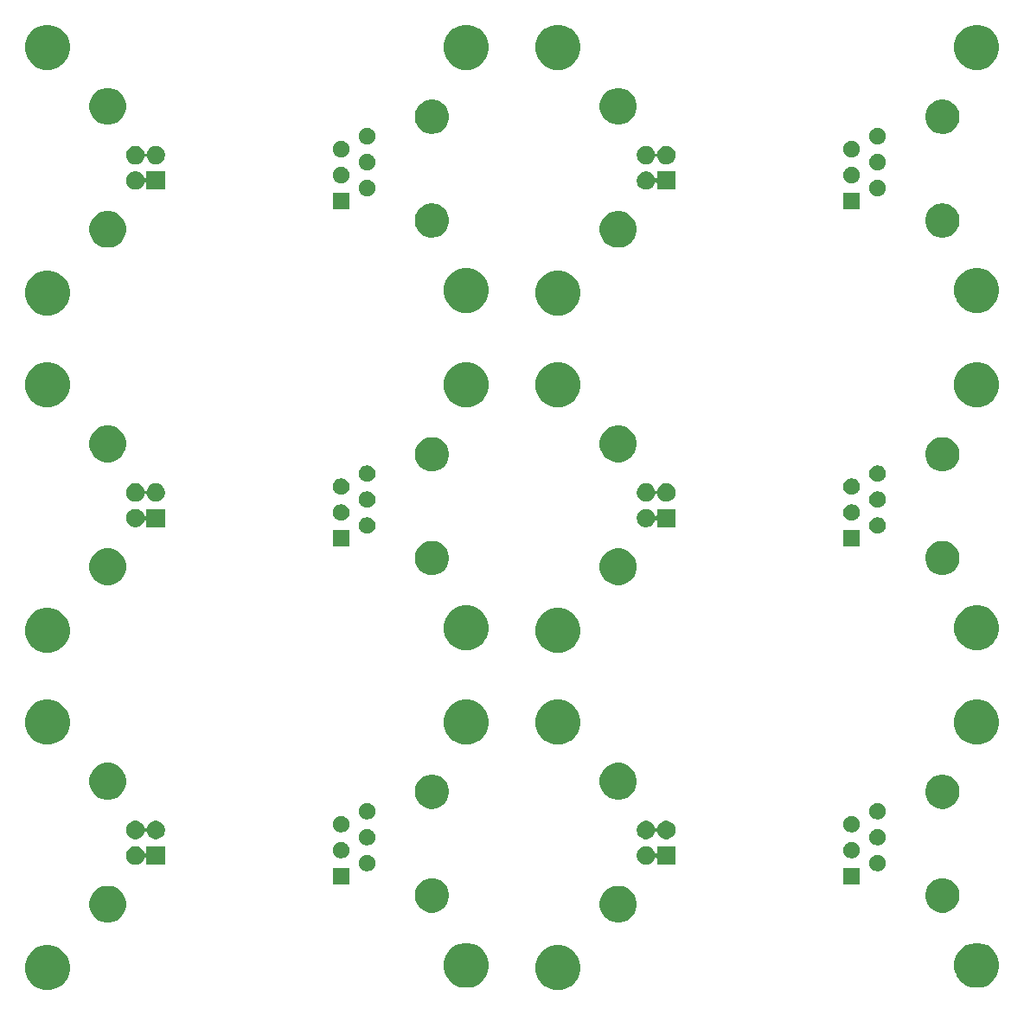
<source format=gbr>
G04 #@! TF.GenerationSoftware,KiCad,Pcbnew,5.1.3-ffb9f22~84~ubuntu16.04.1*
G04 #@! TF.CreationDate,2019-08-12T11:52:22-04:00*
G04 #@! TF.ProjectId,usb-serial-interface_panelized,7573622d-7365-4726-9961-6c2d696e7465,rev?*
G04 #@! TF.SameCoordinates,Original*
G04 #@! TF.FileFunction,Soldermask,Bot*
G04 #@! TF.FilePolarity,Negative*
%FSLAX46Y46*%
G04 Gerber Fmt 4.6, Leading zero omitted, Abs format (unit mm)*
G04 Created by KiCad (PCBNEW 5.1.3-ffb9f22~84~ubuntu16.04.1) date 2019-08-12 11:52:22*
%MOMM*%
%LPD*%
G04 APERTURE LIST*
%ADD10C,0.100000*%
G04 APERTURE END LIST*
D10*
G36*
X134492009Y-156618586D02*
G01*
X134892565Y-156784502D01*
X134892567Y-156784503D01*
X135253058Y-157025375D01*
X135559631Y-157331948D01*
X135800503Y-157692439D01*
X135800504Y-157692441D01*
X135966420Y-158092997D01*
X136051002Y-158518223D01*
X136051002Y-158951785D01*
X135966420Y-159377011D01*
X135800504Y-159777567D01*
X135800503Y-159777569D01*
X135559631Y-160138060D01*
X135253058Y-160444633D01*
X134892567Y-160685505D01*
X134892566Y-160685506D01*
X134892565Y-160685506D01*
X134492009Y-160851422D01*
X134066783Y-160936004D01*
X133633221Y-160936004D01*
X133207995Y-160851422D01*
X132807439Y-160685506D01*
X132807438Y-160685506D01*
X132807437Y-160685505D01*
X132446946Y-160444633D01*
X132140373Y-160138060D01*
X131899501Y-159777569D01*
X131899500Y-159777567D01*
X131733584Y-159377011D01*
X131649002Y-158951785D01*
X131649002Y-158518223D01*
X131733584Y-158092997D01*
X131899500Y-157692441D01*
X131899501Y-157692439D01*
X132140373Y-157331948D01*
X132446946Y-157025375D01*
X132807437Y-156784503D01*
X132807439Y-156784502D01*
X133207995Y-156618586D01*
X133633221Y-156534004D01*
X134066783Y-156534004D01*
X134492009Y-156618586D01*
X134492009Y-156618586D01*
G37*
G36*
X84517007Y-156618586D02*
G01*
X84917563Y-156784502D01*
X84917565Y-156784503D01*
X85278056Y-157025375D01*
X85584629Y-157331948D01*
X85825501Y-157692439D01*
X85825502Y-157692441D01*
X85991418Y-158092997D01*
X86076000Y-158518223D01*
X86076000Y-158951785D01*
X85991418Y-159377011D01*
X85825502Y-159777567D01*
X85825501Y-159777569D01*
X85584629Y-160138060D01*
X85278056Y-160444633D01*
X84917565Y-160685505D01*
X84917564Y-160685506D01*
X84917563Y-160685506D01*
X84517007Y-160851422D01*
X84091781Y-160936004D01*
X83658219Y-160936004D01*
X83232993Y-160851422D01*
X82832437Y-160685506D01*
X82832436Y-160685506D01*
X82832435Y-160685505D01*
X82471944Y-160444633D01*
X82165371Y-160138060D01*
X81924499Y-159777569D01*
X81924498Y-159777567D01*
X81758582Y-159377011D01*
X81674000Y-158951785D01*
X81674000Y-158518223D01*
X81758582Y-158092997D01*
X81924498Y-157692441D01*
X81924499Y-157692439D01*
X82165371Y-157331948D01*
X82471944Y-157025375D01*
X82832435Y-156784503D01*
X82832437Y-156784502D01*
X83232993Y-156618586D01*
X83658219Y-156534004D01*
X84091781Y-156534004D01*
X84517007Y-156618586D01*
X84517007Y-156618586D01*
G37*
G36*
X125517007Y-156368586D02*
G01*
X125917563Y-156534502D01*
X125917565Y-156534503D01*
X126278056Y-156775375D01*
X126584629Y-157081948D01*
X126751673Y-157331948D01*
X126825502Y-157442441D01*
X126991418Y-157842997D01*
X127076000Y-158268223D01*
X127076000Y-158701785D01*
X126991418Y-159127011D01*
X126887864Y-159377011D01*
X126825501Y-159527569D01*
X126584629Y-159888060D01*
X126278056Y-160194633D01*
X125917565Y-160435505D01*
X125917564Y-160435506D01*
X125917563Y-160435506D01*
X125517007Y-160601422D01*
X125091781Y-160686004D01*
X124658219Y-160686004D01*
X124232993Y-160601422D01*
X123832437Y-160435506D01*
X123832436Y-160435506D01*
X123832435Y-160435505D01*
X123471944Y-160194633D01*
X123165371Y-159888060D01*
X122924499Y-159527569D01*
X122862136Y-159377011D01*
X122758582Y-159127011D01*
X122674000Y-158701785D01*
X122674000Y-158268223D01*
X122758582Y-157842997D01*
X122924498Y-157442441D01*
X122998327Y-157331948D01*
X123165371Y-157081948D01*
X123471944Y-156775375D01*
X123832435Y-156534503D01*
X123832437Y-156534502D01*
X124232993Y-156368586D01*
X124658219Y-156284004D01*
X125091781Y-156284004D01*
X125517007Y-156368586D01*
X125517007Y-156368586D01*
G37*
G36*
X175492009Y-156368586D02*
G01*
X175892565Y-156534502D01*
X175892567Y-156534503D01*
X176253058Y-156775375D01*
X176559631Y-157081948D01*
X176726675Y-157331948D01*
X176800504Y-157442441D01*
X176966420Y-157842997D01*
X177051002Y-158268223D01*
X177051002Y-158701785D01*
X176966420Y-159127011D01*
X176862866Y-159377011D01*
X176800503Y-159527569D01*
X176559631Y-159888060D01*
X176253058Y-160194633D01*
X175892567Y-160435505D01*
X175892566Y-160435506D01*
X175892565Y-160435506D01*
X175492009Y-160601422D01*
X175066783Y-160686004D01*
X174633221Y-160686004D01*
X174207995Y-160601422D01*
X173807439Y-160435506D01*
X173807438Y-160435506D01*
X173807437Y-160435505D01*
X173446946Y-160194633D01*
X173140373Y-159888060D01*
X172899501Y-159527569D01*
X172837138Y-159377011D01*
X172733584Y-159127011D01*
X172649002Y-158701785D01*
X172649002Y-158268223D01*
X172733584Y-157842997D01*
X172899500Y-157442441D01*
X172973329Y-157331948D01*
X173140373Y-157081948D01*
X173446946Y-156775375D01*
X173807437Y-156534503D01*
X173807439Y-156534502D01*
X174207995Y-156368586D01*
X174633221Y-156284004D01*
X175066783Y-156284004D01*
X175492009Y-156368586D01*
X175492009Y-156368586D01*
G37*
G36*
X90303331Y-150773215D02*
G01*
X90631092Y-150908978D01*
X90926070Y-151106076D01*
X91176928Y-151356934D01*
X91374026Y-151651912D01*
X91509789Y-151979673D01*
X91579000Y-152327620D01*
X91579000Y-152682388D01*
X91509789Y-153030335D01*
X91374026Y-153358096D01*
X91176928Y-153653074D01*
X90926070Y-153903932D01*
X90631092Y-154101030D01*
X90303331Y-154236793D01*
X89955384Y-154306004D01*
X89600616Y-154306004D01*
X89252669Y-154236793D01*
X88924908Y-154101030D01*
X88629930Y-153903932D01*
X88379072Y-153653074D01*
X88181974Y-153358096D01*
X88046211Y-153030335D01*
X87977000Y-152682388D01*
X87977000Y-152327620D01*
X88046211Y-151979673D01*
X88181974Y-151651912D01*
X88379072Y-151356934D01*
X88629930Y-151106076D01*
X88924908Y-150908978D01*
X89252669Y-150773215D01*
X89600616Y-150704004D01*
X89955384Y-150704004D01*
X90303331Y-150773215D01*
X90303331Y-150773215D01*
G37*
G36*
X140278333Y-150773215D02*
G01*
X140606094Y-150908978D01*
X140901072Y-151106076D01*
X141151930Y-151356934D01*
X141349028Y-151651912D01*
X141484791Y-151979673D01*
X141554002Y-152327620D01*
X141554002Y-152682388D01*
X141484791Y-153030335D01*
X141349028Y-153358096D01*
X141151930Y-153653074D01*
X140901072Y-153903932D01*
X140606094Y-154101030D01*
X140278333Y-154236793D01*
X139930386Y-154306004D01*
X139575618Y-154306004D01*
X139227671Y-154236793D01*
X138899910Y-154101030D01*
X138604932Y-153903932D01*
X138354074Y-153653074D01*
X138156976Y-153358096D01*
X138021213Y-153030335D01*
X137952002Y-152682388D01*
X137952002Y-152327620D01*
X138021213Y-151979673D01*
X138156976Y-151651912D01*
X138354074Y-151356934D01*
X138604932Y-151106076D01*
X138899910Y-150908978D01*
X139227671Y-150773215D01*
X139575618Y-150704004D01*
X139930386Y-150704004D01*
X140278333Y-150773215D01*
X140278333Y-150773215D01*
G37*
G36*
X171816973Y-150001208D02*
G01*
X171978873Y-150033412D01*
X172283885Y-150159752D01*
X172558389Y-150343170D01*
X172791836Y-150576617D01*
X172975254Y-150851121D01*
X173101594Y-151156133D01*
X173166002Y-151479932D01*
X173166002Y-151810076D01*
X173101594Y-152133875D01*
X172975254Y-152438887D01*
X172791836Y-152713391D01*
X172558389Y-152946838D01*
X172283885Y-153130256D01*
X171978873Y-153256596D01*
X171655075Y-153321004D01*
X171324929Y-153321004D01*
X171001131Y-153256596D01*
X170696119Y-153130256D01*
X170421615Y-152946838D01*
X170188168Y-152713391D01*
X170004750Y-152438887D01*
X169878410Y-152133875D01*
X169814002Y-151810076D01*
X169814002Y-151479932D01*
X169878410Y-151156133D01*
X170004750Y-150851121D01*
X170188168Y-150576617D01*
X170421615Y-150343170D01*
X170696119Y-150159752D01*
X171001131Y-150033412D01*
X171163031Y-150001208D01*
X171324929Y-149969004D01*
X171655075Y-149969004D01*
X171816973Y-150001208D01*
X171816973Y-150001208D01*
G37*
G36*
X121841971Y-150001208D02*
G01*
X122003871Y-150033412D01*
X122308883Y-150159752D01*
X122583387Y-150343170D01*
X122816834Y-150576617D01*
X123000252Y-150851121D01*
X123126592Y-151156133D01*
X123191000Y-151479932D01*
X123191000Y-151810076D01*
X123126592Y-152133875D01*
X123000252Y-152438887D01*
X122816834Y-152713391D01*
X122583387Y-152946838D01*
X122308883Y-153130256D01*
X122003871Y-153256596D01*
X121680073Y-153321004D01*
X121349927Y-153321004D01*
X121026129Y-153256596D01*
X120721117Y-153130256D01*
X120446613Y-152946838D01*
X120213166Y-152713391D01*
X120029748Y-152438887D01*
X119903408Y-152133875D01*
X119839000Y-151810076D01*
X119839000Y-151479932D01*
X119903408Y-151156133D01*
X120029748Y-150851121D01*
X120213166Y-150576617D01*
X120446613Y-150343170D01*
X120721117Y-150159752D01*
X121026129Y-150033412D01*
X121188029Y-150001208D01*
X121349927Y-149969004D01*
X121680073Y-149969004D01*
X121841971Y-150001208D01*
X121841971Y-150001208D01*
G37*
G36*
X113436000Y-150546004D02*
G01*
X111814000Y-150546004D01*
X111814000Y-148924004D01*
X113436000Y-148924004D01*
X113436000Y-150546004D01*
X113436000Y-150546004D01*
G37*
G36*
X163411002Y-150546004D02*
G01*
X161789002Y-150546004D01*
X161789002Y-148924004D01*
X163411002Y-148924004D01*
X163411002Y-150546004D01*
X163411002Y-150546004D01*
G37*
G36*
X115401560Y-147685170D02*
G01*
X115549153Y-147746305D01*
X115681982Y-147835059D01*
X115794945Y-147948022D01*
X115883699Y-148080851D01*
X115944834Y-148228444D01*
X115976000Y-148385127D01*
X115976000Y-148544881D01*
X115944834Y-148701564D01*
X115883699Y-148849157D01*
X115794945Y-148981986D01*
X115681982Y-149094949D01*
X115549153Y-149183703D01*
X115549152Y-149183704D01*
X115549151Y-149183704D01*
X115401560Y-149244838D01*
X115244878Y-149276004D01*
X115085122Y-149276004D01*
X114928440Y-149244838D01*
X114780849Y-149183704D01*
X114780848Y-149183704D01*
X114780847Y-149183703D01*
X114648018Y-149094949D01*
X114535055Y-148981986D01*
X114446301Y-148849157D01*
X114385166Y-148701564D01*
X114354000Y-148544881D01*
X114354000Y-148385127D01*
X114385166Y-148228444D01*
X114446301Y-148080851D01*
X114535055Y-147948022D01*
X114648018Y-147835059D01*
X114780847Y-147746305D01*
X114928440Y-147685170D01*
X115085122Y-147654004D01*
X115244878Y-147654004D01*
X115401560Y-147685170D01*
X115401560Y-147685170D01*
G37*
G36*
X165376562Y-147685170D02*
G01*
X165524155Y-147746305D01*
X165656984Y-147835059D01*
X165769947Y-147948022D01*
X165858701Y-148080851D01*
X165919836Y-148228444D01*
X165951002Y-148385127D01*
X165951002Y-148544881D01*
X165919836Y-148701564D01*
X165858701Y-148849157D01*
X165769947Y-148981986D01*
X165656984Y-149094949D01*
X165524155Y-149183703D01*
X165524154Y-149183704D01*
X165524153Y-149183704D01*
X165376562Y-149244838D01*
X165219880Y-149276004D01*
X165060124Y-149276004D01*
X164903442Y-149244838D01*
X164755851Y-149183704D01*
X164755850Y-149183704D01*
X164755849Y-149183703D01*
X164623020Y-149094949D01*
X164510057Y-148981986D01*
X164421303Y-148849157D01*
X164360168Y-148701564D01*
X164329002Y-148544881D01*
X164329002Y-148385127D01*
X164360168Y-148228444D01*
X164421303Y-148080851D01*
X164510057Y-147948022D01*
X164623020Y-147835059D01*
X164755849Y-147746305D01*
X164903442Y-147685170D01*
X165060124Y-147654004D01*
X165219880Y-147654004D01*
X165376562Y-147685170D01*
X165376562Y-147685170D01*
G37*
G36*
X92601512Y-146838931D02*
G01*
X92750812Y-146868628D01*
X92914784Y-146936548D01*
X93062354Y-147035151D01*
X93187853Y-147160650D01*
X93286456Y-147308220D01*
X93346523Y-147453233D01*
X93358068Y-147474833D01*
X93373613Y-147493775D01*
X93392555Y-147509320D01*
X93414166Y-147520871D01*
X93437615Y-147527984D01*
X93462001Y-147530386D01*
X93486387Y-147527984D01*
X93509836Y-147520871D01*
X93531447Y-147509320D01*
X93550389Y-147493775D01*
X93565934Y-147474833D01*
X93577485Y-147453222D01*
X93584598Y-147429773D01*
X93587000Y-147405387D01*
X93587000Y-146834004D01*
X95389000Y-146834004D01*
X95389000Y-148636004D01*
X93587000Y-148636004D01*
X93587000Y-148064621D01*
X93584598Y-148040235D01*
X93577485Y-148016786D01*
X93565934Y-147995175D01*
X93550389Y-147976233D01*
X93531447Y-147960688D01*
X93509836Y-147949137D01*
X93486387Y-147942024D01*
X93462001Y-147939622D01*
X93437615Y-147942024D01*
X93414166Y-147949137D01*
X93392555Y-147960688D01*
X93373613Y-147976233D01*
X93358068Y-147995175D01*
X93346523Y-148016775D01*
X93286456Y-148161788D01*
X93187853Y-148309358D01*
X93062354Y-148434857D01*
X92914784Y-148533460D01*
X92750812Y-148601380D01*
X92601512Y-148631077D01*
X92576742Y-148636004D01*
X92399258Y-148636004D01*
X92374488Y-148631077D01*
X92225188Y-148601380D01*
X92061216Y-148533460D01*
X91913646Y-148434857D01*
X91788147Y-148309358D01*
X91689544Y-148161788D01*
X91621624Y-147997816D01*
X91587000Y-147823745D01*
X91587000Y-147646263D01*
X91621624Y-147472192D01*
X91689544Y-147308220D01*
X91788147Y-147160650D01*
X91913646Y-147035151D01*
X92061216Y-146936548D01*
X92225188Y-146868628D01*
X92374488Y-146838931D01*
X92399258Y-146834004D01*
X92576742Y-146834004D01*
X92601512Y-146838931D01*
X92601512Y-146838931D01*
G37*
G36*
X142576514Y-146838931D02*
G01*
X142725814Y-146868628D01*
X142889786Y-146936548D01*
X143037356Y-147035151D01*
X143162855Y-147160650D01*
X143261458Y-147308220D01*
X143321525Y-147453233D01*
X143333070Y-147474833D01*
X143348615Y-147493775D01*
X143367557Y-147509320D01*
X143389168Y-147520871D01*
X143412617Y-147527984D01*
X143437003Y-147530386D01*
X143461389Y-147527984D01*
X143484838Y-147520871D01*
X143506449Y-147509320D01*
X143525391Y-147493775D01*
X143540936Y-147474833D01*
X143552487Y-147453222D01*
X143559600Y-147429773D01*
X143562002Y-147405387D01*
X143562002Y-146834004D01*
X145364002Y-146834004D01*
X145364002Y-148636004D01*
X143562002Y-148636004D01*
X143562002Y-148064621D01*
X143559600Y-148040235D01*
X143552487Y-148016786D01*
X143540936Y-147995175D01*
X143525391Y-147976233D01*
X143506449Y-147960688D01*
X143484838Y-147949137D01*
X143461389Y-147942024D01*
X143437003Y-147939622D01*
X143412617Y-147942024D01*
X143389168Y-147949137D01*
X143367557Y-147960688D01*
X143348615Y-147976233D01*
X143333070Y-147995175D01*
X143321525Y-148016775D01*
X143261458Y-148161788D01*
X143162855Y-148309358D01*
X143037356Y-148434857D01*
X142889786Y-148533460D01*
X142725814Y-148601380D01*
X142576514Y-148631077D01*
X142551744Y-148636004D01*
X142374260Y-148636004D01*
X142349490Y-148631077D01*
X142200190Y-148601380D01*
X142036218Y-148533460D01*
X141888648Y-148434857D01*
X141763149Y-148309358D01*
X141664546Y-148161788D01*
X141596626Y-147997816D01*
X141562002Y-147823745D01*
X141562002Y-147646263D01*
X141596626Y-147472192D01*
X141664546Y-147308220D01*
X141763149Y-147160650D01*
X141888648Y-147035151D01*
X142036218Y-146936548D01*
X142200190Y-146868628D01*
X142349490Y-146838931D01*
X142374260Y-146834004D01*
X142551744Y-146834004D01*
X142576514Y-146838931D01*
X142576514Y-146838931D01*
G37*
G36*
X162836562Y-146415170D02*
G01*
X162984155Y-146476305D01*
X163116984Y-146565059D01*
X163229947Y-146678022D01*
X163268690Y-146736004D01*
X163318702Y-146810853D01*
X163379836Y-146958444D01*
X163411002Y-147115126D01*
X163411002Y-147274882D01*
X163379836Y-147431564D01*
X163347629Y-147509320D01*
X163318701Y-147579157D01*
X163229947Y-147711986D01*
X163116984Y-147824949D01*
X162984155Y-147913703D01*
X162984154Y-147913704D01*
X162984153Y-147913704D01*
X162836562Y-147974838D01*
X162679880Y-148006004D01*
X162520124Y-148006004D01*
X162363442Y-147974838D01*
X162215851Y-147913704D01*
X162215850Y-147913704D01*
X162215849Y-147913703D01*
X162083020Y-147824949D01*
X161970057Y-147711986D01*
X161881303Y-147579157D01*
X161852376Y-147509320D01*
X161820168Y-147431564D01*
X161789002Y-147274882D01*
X161789002Y-147115126D01*
X161820168Y-146958444D01*
X161881302Y-146810853D01*
X161931315Y-146736004D01*
X161970057Y-146678022D01*
X162083020Y-146565059D01*
X162215849Y-146476305D01*
X162363442Y-146415170D01*
X162520124Y-146384004D01*
X162679880Y-146384004D01*
X162836562Y-146415170D01*
X162836562Y-146415170D01*
G37*
G36*
X112861560Y-146415170D02*
G01*
X113009153Y-146476305D01*
X113141982Y-146565059D01*
X113254945Y-146678022D01*
X113293688Y-146736004D01*
X113343700Y-146810853D01*
X113404834Y-146958444D01*
X113436000Y-147115126D01*
X113436000Y-147274882D01*
X113404834Y-147431564D01*
X113372627Y-147509320D01*
X113343699Y-147579157D01*
X113254945Y-147711986D01*
X113141982Y-147824949D01*
X113009153Y-147913703D01*
X113009152Y-147913704D01*
X113009151Y-147913704D01*
X112861560Y-147974838D01*
X112704878Y-148006004D01*
X112545122Y-148006004D01*
X112388440Y-147974838D01*
X112240849Y-147913704D01*
X112240848Y-147913704D01*
X112240847Y-147913703D01*
X112108018Y-147824949D01*
X111995055Y-147711986D01*
X111906301Y-147579157D01*
X111877374Y-147509320D01*
X111845166Y-147431564D01*
X111814000Y-147274882D01*
X111814000Y-147115126D01*
X111845166Y-146958444D01*
X111906300Y-146810853D01*
X111956313Y-146736004D01*
X111995055Y-146678022D01*
X112108018Y-146565059D01*
X112240847Y-146476305D01*
X112388440Y-146415170D01*
X112545122Y-146384004D01*
X112704878Y-146384004D01*
X112861560Y-146415170D01*
X112861560Y-146415170D01*
G37*
G36*
X115316477Y-145128246D02*
G01*
X115401560Y-145145170D01*
X115549153Y-145206305D01*
X115681982Y-145295059D01*
X115794945Y-145408022D01*
X115833688Y-145466004D01*
X115883700Y-145540853D01*
X115944834Y-145688444D01*
X115976000Y-145845126D01*
X115976000Y-146004882D01*
X115956805Y-146101380D01*
X115944834Y-146161564D01*
X115883699Y-146309157D01*
X115794945Y-146441986D01*
X115681982Y-146554949D01*
X115549153Y-146643703D01*
X115549152Y-146643704D01*
X115549151Y-146643704D01*
X115401560Y-146704838D01*
X115244878Y-146736004D01*
X115085122Y-146736004D01*
X114928440Y-146704838D01*
X114780849Y-146643704D01*
X114780848Y-146643704D01*
X114780847Y-146643703D01*
X114648018Y-146554949D01*
X114535055Y-146441986D01*
X114446301Y-146309157D01*
X114385166Y-146161564D01*
X114373195Y-146101380D01*
X114354000Y-146004882D01*
X114354000Y-145845126D01*
X114385166Y-145688444D01*
X114446300Y-145540853D01*
X114496313Y-145466004D01*
X114535055Y-145408022D01*
X114648018Y-145295059D01*
X114780847Y-145206305D01*
X114928440Y-145145170D01*
X115013523Y-145128246D01*
X115085122Y-145114004D01*
X115244878Y-145114004D01*
X115316477Y-145128246D01*
X115316477Y-145128246D01*
G37*
G36*
X165291479Y-145128246D02*
G01*
X165376562Y-145145170D01*
X165524155Y-145206305D01*
X165656984Y-145295059D01*
X165769947Y-145408022D01*
X165808690Y-145466004D01*
X165858702Y-145540853D01*
X165919836Y-145688444D01*
X165951002Y-145845126D01*
X165951002Y-146004882D01*
X165931807Y-146101380D01*
X165919836Y-146161564D01*
X165858701Y-146309157D01*
X165769947Y-146441986D01*
X165656984Y-146554949D01*
X165524155Y-146643703D01*
X165524154Y-146643704D01*
X165524153Y-146643704D01*
X165376562Y-146704838D01*
X165219880Y-146736004D01*
X165060124Y-146736004D01*
X164903442Y-146704838D01*
X164755851Y-146643704D01*
X164755850Y-146643704D01*
X164755849Y-146643703D01*
X164623020Y-146554949D01*
X164510057Y-146441986D01*
X164421303Y-146309157D01*
X164360168Y-146161564D01*
X164348197Y-146101380D01*
X164329002Y-146004882D01*
X164329002Y-145845126D01*
X164360168Y-145688444D01*
X164421302Y-145540853D01*
X164471315Y-145466004D01*
X164510057Y-145408022D01*
X164623020Y-145295059D01*
X164755849Y-145206305D01*
X164903442Y-145145170D01*
X164988525Y-145128246D01*
X165060124Y-145114004D01*
X165219880Y-145114004D01*
X165291479Y-145128246D01*
X165291479Y-145128246D01*
G37*
G36*
X142576514Y-144338931D02*
G01*
X142725814Y-144368628D01*
X142889786Y-144436548D01*
X143037356Y-144535151D01*
X143162855Y-144660650D01*
X143261458Y-144808220D01*
X143329378Y-144972192D01*
X143340407Y-145027642D01*
X143347518Y-145051082D01*
X143359069Y-145072693D01*
X143374615Y-145091635D01*
X143393557Y-145107180D01*
X143415167Y-145118731D01*
X143438616Y-145125844D01*
X143463002Y-145128246D01*
X143487389Y-145125844D01*
X143510837Y-145118731D01*
X143532448Y-145107180D01*
X143551390Y-145091634D01*
X143566935Y-145072692D01*
X143578486Y-145051082D01*
X143585597Y-145027642D01*
X143596626Y-144972192D01*
X143664546Y-144808220D01*
X143763149Y-144660650D01*
X143888648Y-144535151D01*
X144036218Y-144436548D01*
X144200190Y-144368628D01*
X144349490Y-144338931D01*
X144374260Y-144334004D01*
X144551744Y-144334004D01*
X144576514Y-144338931D01*
X144725814Y-144368628D01*
X144889786Y-144436548D01*
X145037356Y-144535151D01*
X145162855Y-144660650D01*
X145261458Y-144808220D01*
X145329378Y-144972192D01*
X145364002Y-145146263D01*
X145364002Y-145323745D01*
X145329378Y-145497816D01*
X145261458Y-145661788D01*
X145162855Y-145809358D01*
X145037356Y-145934857D01*
X144889786Y-146033460D01*
X144725814Y-146101380D01*
X144576514Y-146131077D01*
X144551744Y-146136004D01*
X144374260Y-146136004D01*
X144349490Y-146131077D01*
X144200190Y-146101380D01*
X144036218Y-146033460D01*
X143888648Y-145934857D01*
X143763149Y-145809358D01*
X143664546Y-145661788D01*
X143596626Y-145497816D01*
X143585597Y-145442366D01*
X143578486Y-145418926D01*
X143566935Y-145397315D01*
X143551389Y-145378373D01*
X143532447Y-145362828D01*
X143510837Y-145351277D01*
X143487388Y-145344164D01*
X143463002Y-145341762D01*
X143438615Y-145344164D01*
X143415167Y-145351277D01*
X143393556Y-145362828D01*
X143374614Y-145378374D01*
X143359069Y-145397316D01*
X143347518Y-145418926D01*
X143340407Y-145442366D01*
X143329378Y-145497816D01*
X143261458Y-145661788D01*
X143162855Y-145809358D01*
X143037356Y-145934857D01*
X142889786Y-146033460D01*
X142725814Y-146101380D01*
X142576514Y-146131077D01*
X142551744Y-146136004D01*
X142374260Y-146136004D01*
X142349490Y-146131077D01*
X142200190Y-146101380D01*
X142036218Y-146033460D01*
X141888648Y-145934857D01*
X141763149Y-145809358D01*
X141664546Y-145661788D01*
X141596626Y-145497816D01*
X141562002Y-145323745D01*
X141562002Y-145146263D01*
X141596626Y-144972192D01*
X141664546Y-144808220D01*
X141763149Y-144660650D01*
X141888648Y-144535151D01*
X142036218Y-144436548D01*
X142200190Y-144368628D01*
X142349490Y-144338931D01*
X142374260Y-144334004D01*
X142551744Y-144334004D01*
X142576514Y-144338931D01*
X142576514Y-144338931D01*
G37*
G36*
X92601512Y-144338931D02*
G01*
X92750812Y-144368628D01*
X92914784Y-144436548D01*
X93062354Y-144535151D01*
X93187853Y-144660650D01*
X93286456Y-144808220D01*
X93354376Y-144972192D01*
X93365405Y-145027642D01*
X93372516Y-145051082D01*
X93384067Y-145072693D01*
X93399613Y-145091635D01*
X93418555Y-145107180D01*
X93440165Y-145118731D01*
X93463614Y-145125844D01*
X93488000Y-145128246D01*
X93512387Y-145125844D01*
X93535835Y-145118731D01*
X93557446Y-145107180D01*
X93576388Y-145091634D01*
X93591933Y-145072692D01*
X93603484Y-145051082D01*
X93610595Y-145027642D01*
X93621624Y-144972192D01*
X93689544Y-144808220D01*
X93788147Y-144660650D01*
X93913646Y-144535151D01*
X94061216Y-144436548D01*
X94225188Y-144368628D01*
X94374488Y-144338931D01*
X94399258Y-144334004D01*
X94576742Y-144334004D01*
X94601512Y-144338931D01*
X94750812Y-144368628D01*
X94914784Y-144436548D01*
X95062354Y-144535151D01*
X95187853Y-144660650D01*
X95286456Y-144808220D01*
X95354376Y-144972192D01*
X95389000Y-145146263D01*
X95389000Y-145323745D01*
X95354376Y-145497816D01*
X95286456Y-145661788D01*
X95187853Y-145809358D01*
X95062354Y-145934857D01*
X94914784Y-146033460D01*
X94750812Y-146101380D01*
X94601512Y-146131077D01*
X94576742Y-146136004D01*
X94399258Y-146136004D01*
X94374488Y-146131077D01*
X94225188Y-146101380D01*
X94061216Y-146033460D01*
X93913646Y-145934857D01*
X93788147Y-145809358D01*
X93689544Y-145661788D01*
X93621624Y-145497816D01*
X93610595Y-145442366D01*
X93603484Y-145418926D01*
X93591933Y-145397315D01*
X93576387Y-145378373D01*
X93557445Y-145362828D01*
X93535835Y-145351277D01*
X93512386Y-145344164D01*
X93488000Y-145341762D01*
X93463613Y-145344164D01*
X93440165Y-145351277D01*
X93418554Y-145362828D01*
X93399612Y-145378374D01*
X93384067Y-145397316D01*
X93372516Y-145418926D01*
X93365405Y-145442366D01*
X93354376Y-145497816D01*
X93286456Y-145661788D01*
X93187853Y-145809358D01*
X93062354Y-145934857D01*
X92914784Y-146033460D01*
X92750812Y-146101380D01*
X92601512Y-146131077D01*
X92576742Y-146136004D01*
X92399258Y-146136004D01*
X92374488Y-146131077D01*
X92225188Y-146101380D01*
X92061216Y-146033460D01*
X91913646Y-145934857D01*
X91788147Y-145809358D01*
X91689544Y-145661788D01*
X91621624Y-145497816D01*
X91587000Y-145323745D01*
X91587000Y-145146263D01*
X91621624Y-144972192D01*
X91689544Y-144808220D01*
X91788147Y-144660650D01*
X91913646Y-144535151D01*
X92061216Y-144436548D01*
X92225188Y-144368628D01*
X92374488Y-144338931D01*
X92399258Y-144334004D01*
X92576742Y-144334004D01*
X92601512Y-144338931D01*
X92601512Y-144338931D01*
G37*
G36*
X162836562Y-143875170D02*
G01*
X162984155Y-143936305D01*
X163116984Y-144025059D01*
X163229947Y-144138022D01*
X163318701Y-144270851D01*
X163379836Y-144418444D01*
X163411002Y-144575127D01*
X163411002Y-144734881D01*
X163379836Y-144891564D01*
X163318701Y-145039157D01*
X163229947Y-145171986D01*
X163116984Y-145284949D01*
X162984155Y-145373703D01*
X162984154Y-145373704D01*
X162984153Y-145373704D01*
X162836562Y-145434838D01*
X162679880Y-145466004D01*
X162520124Y-145466004D01*
X162363442Y-145434838D01*
X162215851Y-145373704D01*
X162215850Y-145373704D01*
X162215849Y-145373703D01*
X162083020Y-145284949D01*
X161970057Y-145171986D01*
X161881303Y-145039157D01*
X161820168Y-144891564D01*
X161789002Y-144734881D01*
X161789002Y-144575127D01*
X161820168Y-144418444D01*
X161881303Y-144270851D01*
X161970057Y-144138022D01*
X162083020Y-144025059D01*
X162215849Y-143936305D01*
X162363442Y-143875170D01*
X162520124Y-143844004D01*
X162679880Y-143844004D01*
X162836562Y-143875170D01*
X162836562Y-143875170D01*
G37*
G36*
X112861560Y-143875170D02*
G01*
X113009153Y-143936305D01*
X113141982Y-144025059D01*
X113254945Y-144138022D01*
X113343699Y-144270851D01*
X113404834Y-144418444D01*
X113436000Y-144575127D01*
X113436000Y-144734881D01*
X113404834Y-144891564D01*
X113343699Y-145039157D01*
X113254945Y-145171986D01*
X113141982Y-145284949D01*
X113009153Y-145373703D01*
X113009152Y-145373704D01*
X113009151Y-145373704D01*
X112861560Y-145434838D01*
X112704878Y-145466004D01*
X112545122Y-145466004D01*
X112388440Y-145434838D01*
X112240849Y-145373704D01*
X112240848Y-145373704D01*
X112240847Y-145373703D01*
X112108018Y-145284949D01*
X111995055Y-145171986D01*
X111906301Y-145039157D01*
X111845166Y-144891564D01*
X111814000Y-144734881D01*
X111814000Y-144575127D01*
X111845166Y-144418444D01*
X111906301Y-144270851D01*
X111995055Y-144138022D01*
X112108018Y-144025059D01*
X112240847Y-143936305D01*
X112388440Y-143875170D01*
X112545122Y-143844004D01*
X112704878Y-143844004D01*
X112861560Y-143875170D01*
X112861560Y-143875170D01*
G37*
G36*
X165376562Y-142605170D02*
G01*
X165524155Y-142666305D01*
X165656984Y-142755059D01*
X165769947Y-142868022D01*
X165858701Y-143000851D01*
X165919836Y-143148444D01*
X165951002Y-143305127D01*
X165951002Y-143464881D01*
X165919836Y-143621564D01*
X165858701Y-143769157D01*
X165769947Y-143901986D01*
X165656984Y-144014949D01*
X165524155Y-144103703D01*
X165524154Y-144103704D01*
X165524153Y-144103704D01*
X165376562Y-144164838D01*
X165219880Y-144196004D01*
X165060124Y-144196004D01*
X164903442Y-144164838D01*
X164755851Y-144103704D01*
X164755850Y-144103704D01*
X164755849Y-144103703D01*
X164623020Y-144014949D01*
X164510057Y-143901986D01*
X164421303Y-143769157D01*
X164360168Y-143621564D01*
X164329002Y-143464881D01*
X164329002Y-143305127D01*
X164360168Y-143148444D01*
X164421303Y-143000851D01*
X164510057Y-142868022D01*
X164623020Y-142755059D01*
X164755849Y-142666305D01*
X164903442Y-142605170D01*
X165060124Y-142574004D01*
X165219880Y-142574004D01*
X165376562Y-142605170D01*
X165376562Y-142605170D01*
G37*
G36*
X115401560Y-142605170D02*
G01*
X115549153Y-142666305D01*
X115681982Y-142755059D01*
X115794945Y-142868022D01*
X115883699Y-143000851D01*
X115944834Y-143148444D01*
X115976000Y-143305127D01*
X115976000Y-143464881D01*
X115944834Y-143621564D01*
X115883699Y-143769157D01*
X115794945Y-143901986D01*
X115681982Y-144014949D01*
X115549153Y-144103703D01*
X115549152Y-144103704D01*
X115549151Y-144103704D01*
X115401560Y-144164838D01*
X115244878Y-144196004D01*
X115085122Y-144196004D01*
X114928440Y-144164838D01*
X114780849Y-144103704D01*
X114780848Y-144103704D01*
X114780847Y-144103703D01*
X114648018Y-144014949D01*
X114535055Y-143901986D01*
X114446301Y-143769157D01*
X114385166Y-143621564D01*
X114354000Y-143464881D01*
X114354000Y-143305127D01*
X114385166Y-143148444D01*
X114446301Y-143000851D01*
X114535055Y-142868022D01*
X114648018Y-142755059D01*
X114780847Y-142666305D01*
X114928440Y-142605170D01*
X115085122Y-142574004D01*
X115244878Y-142574004D01*
X115401560Y-142605170D01*
X115401560Y-142605170D01*
G37*
G36*
X171978873Y-139873412D02*
G01*
X172283885Y-139999752D01*
X172558389Y-140183170D01*
X172791836Y-140416617D01*
X172975254Y-140691121D01*
X173101594Y-140996133D01*
X173166002Y-141319932D01*
X173166002Y-141650076D01*
X173101594Y-141973875D01*
X172975254Y-142278887D01*
X172791836Y-142553391D01*
X172558389Y-142786838D01*
X172283885Y-142970256D01*
X171978873Y-143096596D01*
X171816973Y-143128800D01*
X171655075Y-143161004D01*
X171324929Y-143161004D01*
X171163031Y-143128800D01*
X171001131Y-143096596D01*
X170696119Y-142970256D01*
X170421615Y-142786838D01*
X170188168Y-142553391D01*
X170004750Y-142278887D01*
X169878410Y-141973875D01*
X169814002Y-141650076D01*
X169814002Y-141319932D01*
X169878410Y-140996133D01*
X170004750Y-140691121D01*
X170188168Y-140416617D01*
X170421615Y-140183170D01*
X170696119Y-139999752D01*
X171001131Y-139873412D01*
X171324929Y-139809004D01*
X171655075Y-139809004D01*
X171978873Y-139873412D01*
X171978873Y-139873412D01*
G37*
G36*
X122003871Y-139873412D02*
G01*
X122308883Y-139999752D01*
X122583387Y-140183170D01*
X122816834Y-140416617D01*
X123000252Y-140691121D01*
X123126592Y-140996133D01*
X123191000Y-141319932D01*
X123191000Y-141650076D01*
X123126592Y-141973875D01*
X123000252Y-142278887D01*
X122816834Y-142553391D01*
X122583387Y-142786838D01*
X122308883Y-142970256D01*
X122003871Y-143096596D01*
X121841971Y-143128800D01*
X121680073Y-143161004D01*
X121349927Y-143161004D01*
X121188029Y-143128800D01*
X121026129Y-143096596D01*
X120721117Y-142970256D01*
X120446613Y-142786838D01*
X120213166Y-142553391D01*
X120029748Y-142278887D01*
X119903408Y-141973875D01*
X119839000Y-141650076D01*
X119839000Y-141319932D01*
X119903408Y-140996133D01*
X120029748Y-140691121D01*
X120213166Y-140416617D01*
X120446613Y-140183170D01*
X120721117Y-139999752D01*
X121026129Y-139873412D01*
X121349927Y-139809004D01*
X121680073Y-139809004D01*
X122003871Y-139873412D01*
X122003871Y-139873412D01*
G37*
G36*
X90303331Y-138733215D02*
G01*
X90631092Y-138868978D01*
X90926070Y-139066076D01*
X91176928Y-139316934D01*
X91374026Y-139611912D01*
X91509789Y-139939673D01*
X91579000Y-140287620D01*
X91579000Y-140642388D01*
X91509789Y-140990335D01*
X91374026Y-141318096D01*
X91176928Y-141613074D01*
X90926070Y-141863932D01*
X90631092Y-142061030D01*
X90303331Y-142196793D01*
X89955384Y-142266004D01*
X89600616Y-142266004D01*
X89252669Y-142196793D01*
X88924908Y-142061030D01*
X88629930Y-141863932D01*
X88379072Y-141613074D01*
X88181974Y-141318096D01*
X88046211Y-140990335D01*
X87977000Y-140642388D01*
X87977000Y-140287620D01*
X88046211Y-139939673D01*
X88181974Y-139611912D01*
X88379072Y-139316934D01*
X88629930Y-139066076D01*
X88924908Y-138868978D01*
X89252669Y-138733215D01*
X89600616Y-138664004D01*
X89955384Y-138664004D01*
X90303331Y-138733215D01*
X90303331Y-138733215D01*
G37*
G36*
X140278333Y-138733215D02*
G01*
X140606094Y-138868978D01*
X140901072Y-139066076D01*
X141151930Y-139316934D01*
X141349028Y-139611912D01*
X141484791Y-139939673D01*
X141554002Y-140287620D01*
X141554002Y-140642388D01*
X141484791Y-140990335D01*
X141349028Y-141318096D01*
X141151930Y-141613074D01*
X140901072Y-141863932D01*
X140606094Y-142061030D01*
X140278333Y-142196793D01*
X139930386Y-142266004D01*
X139575618Y-142266004D01*
X139227671Y-142196793D01*
X138899910Y-142061030D01*
X138604932Y-141863932D01*
X138354074Y-141613074D01*
X138156976Y-141318096D01*
X138021213Y-140990335D01*
X137952002Y-140642388D01*
X137952002Y-140287620D01*
X138021213Y-139939673D01*
X138156976Y-139611912D01*
X138354074Y-139316934D01*
X138604932Y-139066076D01*
X138899910Y-138868978D01*
X139227671Y-138733215D01*
X139575618Y-138664004D01*
X139930386Y-138664004D01*
X140278333Y-138733215D01*
X140278333Y-138733215D01*
G37*
G36*
X175492009Y-132563586D02*
G01*
X175892565Y-132729502D01*
X175892567Y-132729503D01*
X176253058Y-132970375D01*
X176559631Y-133276948D01*
X176800503Y-133637439D01*
X176800504Y-133637441D01*
X176966420Y-134037997D01*
X177051002Y-134463223D01*
X177051002Y-134896785D01*
X176966420Y-135322011D01*
X176800504Y-135722567D01*
X176800503Y-135722569D01*
X176559631Y-136083060D01*
X176253058Y-136389633D01*
X175892567Y-136630505D01*
X175892566Y-136630506D01*
X175892565Y-136630506D01*
X175492009Y-136796422D01*
X175066783Y-136881004D01*
X174633221Y-136881004D01*
X174207995Y-136796422D01*
X173807439Y-136630506D01*
X173807438Y-136630506D01*
X173807437Y-136630505D01*
X173446946Y-136389633D01*
X173140373Y-136083060D01*
X172899501Y-135722569D01*
X172899500Y-135722567D01*
X172733584Y-135322011D01*
X172649002Y-134896785D01*
X172649002Y-134463223D01*
X172733584Y-134037997D01*
X172899500Y-133637441D01*
X172899501Y-133637439D01*
X173140373Y-133276948D01*
X173446946Y-132970375D01*
X173807437Y-132729503D01*
X173807439Y-132729502D01*
X174207995Y-132563586D01*
X174633221Y-132479004D01*
X175066783Y-132479004D01*
X175492009Y-132563586D01*
X175492009Y-132563586D01*
G37*
G36*
X125517007Y-132563586D02*
G01*
X125917563Y-132729502D01*
X125917565Y-132729503D01*
X126278056Y-132970375D01*
X126584629Y-133276948D01*
X126825501Y-133637439D01*
X126825502Y-133637441D01*
X126991418Y-134037997D01*
X127076000Y-134463223D01*
X127076000Y-134896785D01*
X126991418Y-135322011D01*
X126825502Y-135722567D01*
X126825501Y-135722569D01*
X126584629Y-136083060D01*
X126278056Y-136389633D01*
X125917565Y-136630505D01*
X125917564Y-136630506D01*
X125917563Y-136630506D01*
X125517007Y-136796422D01*
X125091781Y-136881004D01*
X124658219Y-136881004D01*
X124232993Y-136796422D01*
X123832437Y-136630506D01*
X123832436Y-136630506D01*
X123832435Y-136630505D01*
X123471944Y-136389633D01*
X123165371Y-136083060D01*
X122924499Y-135722569D01*
X122924498Y-135722567D01*
X122758582Y-135322011D01*
X122674000Y-134896785D01*
X122674000Y-134463223D01*
X122758582Y-134037997D01*
X122924498Y-133637441D01*
X122924499Y-133637439D01*
X123165371Y-133276948D01*
X123471944Y-132970375D01*
X123832435Y-132729503D01*
X123832437Y-132729502D01*
X124232993Y-132563586D01*
X124658219Y-132479004D01*
X125091781Y-132479004D01*
X125517007Y-132563586D01*
X125517007Y-132563586D01*
G37*
G36*
X84517007Y-132563586D02*
G01*
X84917563Y-132729502D01*
X84917565Y-132729503D01*
X85278056Y-132970375D01*
X85584629Y-133276948D01*
X85825501Y-133637439D01*
X85825502Y-133637441D01*
X85991418Y-134037997D01*
X86076000Y-134463223D01*
X86076000Y-134896785D01*
X85991418Y-135322011D01*
X85825502Y-135722567D01*
X85825501Y-135722569D01*
X85584629Y-136083060D01*
X85278056Y-136389633D01*
X84917565Y-136630505D01*
X84917564Y-136630506D01*
X84917563Y-136630506D01*
X84517007Y-136796422D01*
X84091781Y-136881004D01*
X83658219Y-136881004D01*
X83232993Y-136796422D01*
X82832437Y-136630506D01*
X82832436Y-136630506D01*
X82832435Y-136630505D01*
X82471944Y-136389633D01*
X82165371Y-136083060D01*
X81924499Y-135722569D01*
X81924498Y-135722567D01*
X81758582Y-135322011D01*
X81674000Y-134896785D01*
X81674000Y-134463223D01*
X81758582Y-134037997D01*
X81924498Y-133637441D01*
X81924499Y-133637439D01*
X82165371Y-133276948D01*
X82471944Y-132970375D01*
X82832435Y-132729503D01*
X82832437Y-132729502D01*
X83232993Y-132563586D01*
X83658219Y-132479004D01*
X84091781Y-132479004D01*
X84517007Y-132563586D01*
X84517007Y-132563586D01*
G37*
G36*
X134492009Y-132563586D02*
G01*
X134892565Y-132729502D01*
X134892567Y-132729503D01*
X135253058Y-132970375D01*
X135559631Y-133276948D01*
X135800503Y-133637439D01*
X135800504Y-133637441D01*
X135966420Y-134037997D01*
X136051002Y-134463223D01*
X136051002Y-134896785D01*
X135966420Y-135322011D01*
X135800504Y-135722567D01*
X135800503Y-135722569D01*
X135559631Y-136083060D01*
X135253058Y-136389633D01*
X134892567Y-136630505D01*
X134892566Y-136630506D01*
X134892565Y-136630506D01*
X134492009Y-136796422D01*
X134066783Y-136881004D01*
X133633221Y-136881004D01*
X133207995Y-136796422D01*
X132807439Y-136630506D01*
X132807438Y-136630506D01*
X132807437Y-136630505D01*
X132446946Y-136389633D01*
X132140373Y-136083060D01*
X131899501Y-135722569D01*
X131899500Y-135722567D01*
X131733584Y-135322011D01*
X131649002Y-134896785D01*
X131649002Y-134463223D01*
X131733584Y-134037997D01*
X131899500Y-133637441D01*
X131899501Y-133637439D01*
X132140373Y-133276948D01*
X132446946Y-132970375D01*
X132807437Y-132729503D01*
X132807439Y-132729502D01*
X133207995Y-132563586D01*
X133633221Y-132479004D01*
X134066783Y-132479004D01*
X134492009Y-132563586D01*
X134492009Y-132563586D01*
G37*
G36*
X84517007Y-123568584D02*
G01*
X84917563Y-123734500D01*
X84917565Y-123734501D01*
X85278056Y-123975373D01*
X85584629Y-124281946D01*
X85825501Y-124642437D01*
X85825502Y-124642439D01*
X85991418Y-125042995D01*
X86076000Y-125468221D01*
X86076000Y-125901783D01*
X85991418Y-126327009D01*
X85825502Y-126727565D01*
X85825501Y-126727567D01*
X85584629Y-127088058D01*
X85278056Y-127394631D01*
X84917565Y-127635503D01*
X84917564Y-127635504D01*
X84917563Y-127635504D01*
X84517007Y-127801420D01*
X84091781Y-127886002D01*
X83658219Y-127886002D01*
X83232993Y-127801420D01*
X82832437Y-127635504D01*
X82832436Y-127635504D01*
X82832435Y-127635503D01*
X82471944Y-127394631D01*
X82165371Y-127088058D01*
X81924499Y-126727567D01*
X81924498Y-126727565D01*
X81758582Y-126327009D01*
X81674000Y-125901783D01*
X81674000Y-125468221D01*
X81758582Y-125042995D01*
X81924498Y-124642439D01*
X81924499Y-124642437D01*
X82165371Y-124281946D01*
X82471944Y-123975373D01*
X82832435Y-123734501D01*
X82832437Y-123734500D01*
X83232993Y-123568584D01*
X83658219Y-123484002D01*
X84091781Y-123484002D01*
X84517007Y-123568584D01*
X84517007Y-123568584D01*
G37*
G36*
X134492009Y-123568584D02*
G01*
X134892565Y-123734500D01*
X134892567Y-123734501D01*
X135253058Y-123975373D01*
X135559631Y-124281946D01*
X135800503Y-124642437D01*
X135800504Y-124642439D01*
X135966420Y-125042995D01*
X136051002Y-125468221D01*
X136051002Y-125901783D01*
X135966420Y-126327009D01*
X135800504Y-126727565D01*
X135800503Y-126727567D01*
X135559631Y-127088058D01*
X135253058Y-127394631D01*
X134892567Y-127635503D01*
X134892566Y-127635504D01*
X134892565Y-127635504D01*
X134492009Y-127801420D01*
X134066783Y-127886002D01*
X133633221Y-127886002D01*
X133207995Y-127801420D01*
X132807439Y-127635504D01*
X132807438Y-127635504D01*
X132807437Y-127635503D01*
X132446946Y-127394631D01*
X132140373Y-127088058D01*
X131899501Y-126727567D01*
X131899500Y-126727565D01*
X131733584Y-126327009D01*
X131649002Y-125901783D01*
X131649002Y-125468221D01*
X131733584Y-125042995D01*
X131899500Y-124642439D01*
X131899501Y-124642437D01*
X132140373Y-124281946D01*
X132446946Y-123975373D01*
X132807437Y-123734501D01*
X132807439Y-123734500D01*
X133207995Y-123568584D01*
X133633221Y-123484002D01*
X134066783Y-123484002D01*
X134492009Y-123568584D01*
X134492009Y-123568584D01*
G37*
G36*
X175492009Y-123318584D02*
G01*
X175892565Y-123484500D01*
X175892567Y-123484501D01*
X176253058Y-123725373D01*
X176559631Y-124031946D01*
X176726675Y-124281946D01*
X176800504Y-124392439D01*
X176966420Y-124792995D01*
X177051002Y-125218221D01*
X177051002Y-125651783D01*
X176966420Y-126077009D01*
X176862866Y-126327009D01*
X176800503Y-126477567D01*
X176559631Y-126838058D01*
X176253058Y-127144631D01*
X175892567Y-127385503D01*
X175892566Y-127385504D01*
X175892565Y-127385504D01*
X175492009Y-127551420D01*
X175066783Y-127636002D01*
X174633221Y-127636002D01*
X174207995Y-127551420D01*
X173807439Y-127385504D01*
X173807438Y-127385504D01*
X173807437Y-127385503D01*
X173446946Y-127144631D01*
X173140373Y-126838058D01*
X172899501Y-126477567D01*
X172837138Y-126327009D01*
X172733584Y-126077009D01*
X172649002Y-125651783D01*
X172649002Y-125218221D01*
X172733584Y-124792995D01*
X172899500Y-124392439D01*
X172973329Y-124281946D01*
X173140373Y-124031946D01*
X173446946Y-123725373D01*
X173807437Y-123484501D01*
X173807439Y-123484500D01*
X174207995Y-123318584D01*
X174633221Y-123234002D01*
X175066783Y-123234002D01*
X175492009Y-123318584D01*
X175492009Y-123318584D01*
G37*
G36*
X125517007Y-123318584D02*
G01*
X125917563Y-123484500D01*
X125917565Y-123484501D01*
X126278056Y-123725373D01*
X126584629Y-124031946D01*
X126751673Y-124281946D01*
X126825502Y-124392439D01*
X126991418Y-124792995D01*
X127076000Y-125218221D01*
X127076000Y-125651783D01*
X126991418Y-126077009D01*
X126887864Y-126327009D01*
X126825501Y-126477567D01*
X126584629Y-126838058D01*
X126278056Y-127144631D01*
X125917565Y-127385503D01*
X125917564Y-127385504D01*
X125917563Y-127385504D01*
X125517007Y-127551420D01*
X125091781Y-127636002D01*
X124658219Y-127636002D01*
X124232993Y-127551420D01*
X123832437Y-127385504D01*
X123832436Y-127385504D01*
X123832435Y-127385503D01*
X123471944Y-127144631D01*
X123165371Y-126838058D01*
X122924499Y-126477567D01*
X122862136Y-126327009D01*
X122758582Y-126077009D01*
X122674000Y-125651783D01*
X122674000Y-125218221D01*
X122758582Y-124792995D01*
X122924498Y-124392439D01*
X122998327Y-124281946D01*
X123165371Y-124031946D01*
X123471944Y-123725373D01*
X123832435Y-123484501D01*
X123832437Y-123484500D01*
X124232993Y-123318584D01*
X124658219Y-123234002D01*
X125091781Y-123234002D01*
X125517007Y-123318584D01*
X125517007Y-123318584D01*
G37*
G36*
X140278333Y-117723213D02*
G01*
X140606094Y-117858976D01*
X140901072Y-118056074D01*
X141151930Y-118306932D01*
X141349028Y-118601910D01*
X141484791Y-118929671D01*
X141554002Y-119277618D01*
X141554002Y-119632386D01*
X141484791Y-119980333D01*
X141349028Y-120308094D01*
X141151930Y-120603072D01*
X140901072Y-120853930D01*
X140606094Y-121051028D01*
X140278333Y-121186791D01*
X139930386Y-121256002D01*
X139575618Y-121256002D01*
X139227671Y-121186791D01*
X138899910Y-121051028D01*
X138604932Y-120853930D01*
X138354074Y-120603072D01*
X138156976Y-120308094D01*
X138021213Y-119980333D01*
X137952002Y-119632386D01*
X137952002Y-119277618D01*
X138021213Y-118929671D01*
X138156976Y-118601910D01*
X138354074Y-118306932D01*
X138604932Y-118056074D01*
X138899910Y-117858976D01*
X139227671Y-117723213D01*
X139575618Y-117654002D01*
X139930386Y-117654002D01*
X140278333Y-117723213D01*
X140278333Y-117723213D01*
G37*
G36*
X90303331Y-117723213D02*
G01*
X90631092Y-117858976D01*
X90926070Y-118056074D01*
X91176928Y-118306932D01*
X91374026Y-118601910D01*
X91509789Y-118929671D01*
X91579000Y-119277618D01*
X91579000Y-119632386D01*
X91509789Y-119980333D01*
X91374026Y-120308094D01*
X91176928Y-120603072D01*
X90926070Y-120853930D01*
X90631092Y-121051028D01*
X90303331Y-121186791D01*
X89955384Y-121256002D01*
X89600616Y-121256002D01*
X89252669Y-121186791D01*
X88924908Y-121051028D01*
X88629930Y-120853930D01*
X88379072Y-120603072D01*
X88181974Y-120308094D01*
X88046211Y-119980333D01*
X87977000Y-119632386D01*
X87977000Y-119277618D01*
X88046211Y-118929671D01*
X88181974Y-118601910D01*
X88379072Y-118306932D01*
X88629930Y-118056074D01*
X88924908Y-117858976D01*
X89252669Y-117723213D01*
X89600616Y-117654002D01*
X89955384Y-117654002D01*
X90303331Y-117723213D01*
X90303331Y-117723213D01*
G37*
G36*
X171978873Y-116983410D02*
G01*
X172283885Y-117109750D01*
X172558389Y-117293168D01*
X172791836Y-117526615D01*
X172975254Y-117801119D01*
X173101594Y-118106131D01*
X173166002Y-118429930D01*
X173166002Y-118760074D01*
X173101594Y-119083873D01*
X172975254Y-119388885D01*
X172791836Y-119663389D01*
X172558389Y-119896836D01*
X172283885Y-120080254D01*
X171978873Y-120206594D01*
X171816973Y-120238798D01*
X171655075Y-120271002D01*
X171324929Y-120271002D01*
X171163031Y-120238798D01*
X171001131Y-120206594D01*
X170696119Y-120080254D01*
X170421615Y-119896836D01*
X170188168Y-119663389D01*
X170004750Y-119388885D01*
X169878410Y-119083873D01*
X169814002Y-118760074D01*
X169814002Y-118429930D01*
X169878410Y-118106131D01*
X170004750Y-117801119D01*
X170188168Y-117526615D01*
X170421615Y-117293168D01*
X170696119Y-117109750D01*
X171001131Y-116983410D01*
X171324929Y-116919002D01*
X171655075Y-116919002D01*
X171978873Y-116983410D01*
X171978873Y-116983410D01*
G37*
G36*
X122003871Y-116983410D02*
G01*
X122308883Y-117109750D01*
X122583387Y-117293168D01*
X122816834Y-117526615D01*
X123000252Y-117801119D01*
X123126592Y-118106131D01*
X123191000Y-118429930D01*
X123191000Y-118760074D01*
X123126592Y-119083873D01*
X123000252Y-119388885D01*
X122816834Y-119663389D01*
X122583387Y-119896836D01*
X122308883Y-120080254D01*
X122003871Y-120206594D01*
X121841971Y-120238798D01*
X121680073Y-120271002D01*
X121349927Y-120271002D01*
X121188029Y-120238798D01*
X121026129Y-120206594D01*
X120721117Y-120080254D01*
X120446613Y-119896836D01*
X120213166Y-119663389D01*
X120029748Y-119388885D01*
X119903408Y-119083873D01*
X119839000Y-118760074D01*
X119839000Y-118429930D01*
X119903408Y-118106131D01*
X120029748Y-117801119D01*
X120213166Y-117526615D01*
X120446613Y-117293168D01*
X120721117Y-117109750D01*
X121026129Y-116983410D01*
X121349927Y-116919002D01*
X121680073Y-116919002D01*
X122003871Y-116983410D01*
X122003871Y-116983410D01*
G37*
G36*
X163411002Y-117496002D02*
G01*
X161789002Y-117496002D01*
X161789002Y-115874002D01*
X163411002Y-115874002D01*
X163411002Y-117496002D01*
X163411002Y-117496002D01*
G37*
G36*
X113436000Y-117496002D02*
G01*
X111814000Y-117496002D01*
X111814000Y-115874002D01*
X113436000Y-115874002D01*
X113436000Y-117496002D01*
X113436000Y-117496002D01*
G37*
G36*
X165376562Y-114635168D02*
G01*
X165524155Y-114696303D01*
X165656984Y-114785057D01*
X165769947Y-114898020D01*
X165858701Y-115030849D01*
X165919836Y-115178442D01*
X165951002Y-115335125D01*
X165951002Y-115494879D01*
X165919836Y-115651562D01*
X165858701Y-115799155D01*
X165769947Y-115931984D01*
X165656984Y-116044947D01*
X165524155Y-116133701D01*
X165524154Y-116133702D01*
X165524153Y-116133702D01*
X165376562Y-116194836D01*
X165219880Y-116226002D01*
X165060124Y-116226002D01*
X164903442Y-116194836D01*
X164755851Y-116133702D01*
X164755850Y-116133702D01*
X164755849Y-116133701D01*
X164623020Y-116044947D01*
X164510057Y-115931984D01*
X164421303Y-115799155D01*
X164360168Y-115651562D01*
X164329002Y-115494879D01*
X164329002Y-115335125D01*
X164360168Y-115178442D01*
X164421303Y-115030849D01*
X164510057Y-114898020D01*
X164623020Y-114785057D01*
X164755849Y-114696303D01*
X164903442Y-114635168D01*
X165060124Y-114604002D01*
X165219880Y-114604002D01*
X165376562Y-114635168D01*
X165376562Y-114635168D01*
G37*
G36*
X115401560Y-114635168D02*
G01*
X115549153Y-114696303D01*
X115681982Y-114785057D01*
X115794945Y-114898020D01*
X115883699Y-115030849D01*
X115944834Y-115178442D01*
X115976000Y-115335125D01*
X115976000Y-115494879D01*
X115944834Y-115651562D01*
X115883699Y-115799155D01*
X115794945Y-115931984D01*
X115681982Y-116044947D01*
X115549153Y-116133701D01*
X115549152Y-116133702D01*
X115549151Y-116133702D01*
X115401560Y-116194836D01*
X115244878Y-116226002D01*
X115085122Y-116226002D01*
X114928440Y-116194836D01*
X114780849Y-116133702D01*
X114780848Y-116133702D01*
X114780847Y-116133701D01*
X114648018Y-116044947D01*
X114535055Y-115931984D01*
X114446301Y-115799155D01*
X114385166Y-115651562D01*
X114354000Y-115494879D01*
X114354000Y-115335125D01*
X114385166Y-115178442D01*
X114446301Y-115030849D01*
X114535055Y-114898020D01*
X114648018Y-114785057D01*
X114780847Y-114696303D01*
X114928440Y-114635168D01*
X115085122Y-114604002D01*
X115244878Y-114604002D01*
X115401560Y-114635168D01*
X115401560Y-114635168D01*
G37*
G36*
X142576514Y-113788929D02*
G01*
X142725814Y-113818626D01*
X142889786Y-113886546D01*
X143037356Y-113985149D01*
X143162855Y-114110648D01*
X143261458Y-114258218D01*
X143321525Y-114403231D01*
X143333070Y-114424831D01*
X143348615Y-114443773D01*
X143367557Y-114459318D01*
X143389168Y-114470869D01*
X143412617Y-114477982D01*
X143437003Y-114480384D01*
X143461389Y-114477982D01*
X143484838Y-114470869D01*
X143506449Y-114459318D01*
X143525391Y-114443773D01*
X143540936Y-114424831D01*
X143552487Y-114403220D01*
X143559600Y-114379771D01*
X143562002Y-114355385D01*
X143562002Y-113784002D01*
X145364002Y-113784002D01*
X145364002Y-115586002D01*
X143562002Y-115586002D01*
X143562002Y-115014619D01*
X143559600Y-114990233D01*
X143552487Y-114966784D01*
X143540936Y-114945173D01*
X143525391Y-114926231D01*
X143506449Y-114910686D01*
X143484838Y-114899135D01*
X143461389Y-114892022D01*
X143437003Y-114889620D01*
X143412617Y-114892022D01*
X143389168Y-114899135D01*
X143367557Y-114910686D01*
X143348615Y-114926231D01*
X143333070Y-114945173D01*
X143321525Y-114966773D01*
X143261458Y-115111786D01*
X143162855Y-115259356D01*
X143037356Y-115384855D01*
X142889786Y-115483458D01*
X142725814Y-115551378D01*
X142576514Y-115581075D01*
X142551744Y-115586002D01*
X142374260Y-115586002D01*
X142349490Y-115581075D01*
X142200190Y-115551378D01*
X142036218Y-115483458D01*
X141888648Y-115384855D01*
X141763149Y-115259356D01*
X141664546Y-115111786D01*
X141596626Y-114947814D01*
X141562002Y-114773743D01*
X141562002Y-114596261D01*
X141596626Y-114422190D01*
X141664546Y-114258218D01*
X141763149Y-114110648D01*
X141888648Y-113985149D01*
X142036218Y-113886546D01*
X142200190Y-113818626D01*
X142349490Y-113788929D01*
X142374260Y-113784002D01*
X142551744Y-113784002D01*
X142576514Y-113788929D01*
X142576514Y-113788929D01*
G37*
G36*
X92601512Y-113788929D02*
G01*
X92750812Y-113818626D01*
X92914784Y-113886546D01*
X93062354Y-113985149D01*
X93187853Y-114110648D01*
X93286456Y-114258218D01*
X93346523Y-114403231D01*
X93358068Y-114424831D01*
X93373613Y-114443773D01*
X93392555Y-114459318D01*
X93414166Y-114470869D01*
X93437615Y-114477982D01*
X93462001Y-114480384D01*
X93486387Y-114477982D01*
X93509836Y-114470869D01*
X93531447Y-114459318D01*
X93550389Y-114443773D01*
X93565934Y-114424831D01*
X93577485Y-114403220D01*
X93584598Y-114379771D01*
X93587000Y-114355385D01*
X93587000Y-113784002D01*
X95389000Y-113784002D01*
X95389000Y-115586002D01*
X93587000Y-115586002D01*
X93587000Y-115014619D01*
X93584598Y-114990233D01*
X93577485Y-114966784D01*
X93565934Y-114945173D01*
X93550389Y-114926231D01*
X93531447Y-114910686D01*
X93509836Y-114899135D01*
X93486387Y-114892022D01*
X93462001Y-114889620D01*
X93437615Y-114892022D01*
X93414166Y-114899135D01*
X93392555Y-114910686D01*
X93373613Y-114926231D01*
X93358068Y-114945173D01*
X93346523Y-114966773D01*
X93286456Y-115111786D01*
X93187853Y-115259356D01*
X93062354Y-115384855D01*
X92914784Y-115483458D01*
X92750812Y-115551378D01*
X92601512Y-115581075D01*
X92576742Y-115586002D01*
X92399258Y-115586002D01*
X92374488Y-115581075D01*
X92225188Y-115551378D01*
X92061216Y-115483458D01*
X91913646Y-115384855D01*
X91788147Y-115259356D01*
X91689544Y-115111786D01*
X91621624Y-114947814D01*
X91587000Y-114773743D01*
X91587000Y-114596261D01*
X91621624Y-114422190D01*
X91689544Y-114258218D01*
X91788147Y-114110648D01*
X91913646Y-113985149D01*
X92061216Y-113886546D01*
X92225188Y-113818626D01*
X92374488Y-113788929D01*
X92399258Y-113784002D01*
X92576742Y-113784002D01*
X92601512Y-113788929D01*
X92601512Y-113788929D01*
G37*
G36*
X162836562Y-113365168D02*
G01*
X162984155Y-113426303D01*
X163116984Y-113515057D01*
X163229947Y-113628020D01*
X163268690Y-113686002D01*
X163318702Y-113760851D01*
X163379836Y-113908442D01*
X163411002Y-114065124D01*
X163411002Y-114224880D01*
X163379836Y-114381562D01*
X163347629Y-114459318D01*
X163318701Y-114529155D01*
X163229947Y-114661984D01*
X163116984Y-114774947D01*
X162984155Y-114863701D01*
X162984154Y-114863702D01*
X162984153Y-114863702D01*
X162836562Y-114924836D01*
X162679880Y-114956002D01*
X162520124Y-114956002D01*
X162363442Y-114924836D01*
X162215851Y-114863702D01*
X162215850Y-114863702D01*
X162215849Y-114863701D01*
X162083020Y-114774947D01*
X161970057Y-114661984D01*
X161881303Y-114529155D01*
X161852376Y-114459318D01*
X161820168Y-114381562D01*
X161789002Y-114224880D01*
X161789002Y-114065124D01*
X161820168Y-113908442D01*
X161881302Y-113760851D01*
X161931315Y-113686002D01*
X161970057Y-113628020D01*
X162083020Y-113515057D01*
X162215849Y-113426303D01*
X162363442Y-113365168D01*
X162520124Y-113334002D01*
X162679880Y-113334002D01*
X162836562Y-113365168D01*
X162836562Y-113365168D01*
G37*
G36*
X112861560Y-113365168D02*
G01*
X113009153Y-113426303D01*
X113141982Y-113515057D01*
X113254945Y-113628020D01*
X113293688Y-113686002D01*
X113343700Y-113760851D01*
X113404834Y-113908442D01*
X113436000Y-114065124D01*
X113436000Y-114224880D01*
X113404834Y-114381562D01*
X113372627Y-114459318D01*
X113343699Y-114529155D01*
X113254945Y-114661984D01*
X113141982Y-114774947D01*
X113009153Y-114863701D01*
X113009152Y-114863702D01*
X113009151Y-114863702D01*
X112861560Y-114924836D01*
X112704878Y-114956002D01*
X112545122Y-114956002D01*
X112388440Y-114924836D01*
X112240849Y-114863702D01*
X112240848Y-114863702D01*
X112240847Y-114863701D01*
X112108018Y-114774947D01*
X111995055Y-114661984D01*
X111906301Y-114529155D01*
X111877374Y-114459318D01*
X111845166Y-114381562D01*
X111814000Y-114224880D01*
X111814000Y-114065124D01*
X111845166Y-113908442D01*
X111906300Y-113760851D01*
X111956313Y-113686002D01*
X111995055Y-113628020D01*
X112108018Y-113515057D01*
X112240847Y-113426303D01*
X112388440Y-113365168D01*
X112545122Y-113334002D01*
X112704878Y-113334002D01*
X112861560Y-113365168D01*
X112861560Y-113365168D01*
G37*
G36*
X115316477Y-112078244D02*
G01*
X115401560Y-112095168D01*
X115549153Y-112156303D01*
X115681982Y-112245057D01*
X115794945Y-112358020D01*
X115833688Y-112416002D01*
X115883700Y-112490851D01*
X115944834Y-112638442D01*
X115976000Y-112795124D01*
X115976000Y-112954880D01*
X115956805Y-113051378D01*
X115944834Y-113111562D01*
X115883699Y-113259155D01*
X115794945Y-113391984D01*
X115681982Y-113504947D01*
X115549153Y-113593701D01*
X115549152Y-113593702D01*
X115549151Y-113593702D01*
X115401560Y-113654836D01*
X115244878Y-113686002D01*
X115085122Y-113686002D01*
X114928440Y-113654836D01*
X114780849Y-113593702D01*
X114780848Y-113593702D01*
X114780847Y-113593701D01*
X114648018Y-113504947D01*
X114535055Y-113391984D01*
X114446301Y-113259155D01*
X114385166Y-113111562D01*
X114373195Y-113051378D01*
X114354000Y-112954880D01*
X114354000Y-112795124D01*
X114385166Y-112638442D01*
X114446300Y-112490851D01*
X114496313Y-112416002D01*
X114535055Y-112358020D01*
X114648018Y-112245057D01*
X114780847Y-112156303D01*
X114928440Y-112095168D01*
X115013523Y-112078244D01*
X115085122Y-112064002D01*
X115244878Y-112064002D01*
X115316477Y-112078244D01*
X115316477Y-112078244D01*
G37*
G36*
X165291479Y-112078244D02*
G01*
X165376562Y-112095168D01*
X165524155Y-112156303D01*
X165656984Y-112245057D01*
X165769947Y-112358020D01*
X165808690Y-112416002D01*
X165858702Y-112490851D01*
X165919836Y-112638442D01*
X165951002Y-112795124D01*
X165951002Y-112954880D01*
X165931807Y-113051378D01*
X165919836Y-113111562D01*
X165858701Y-113259155D01*
X165769947Y-113391984D01*
X165656984Y-113504947D01*
X165524155Y-113593701D01*
X165524154Y-113593702D01*
X165524153Y-113593702D01*
X165376562Y-113654836D01*
X165219880Y-113686002D01*
X165060124Y-113686002D01*
X164903442Y-113654836D01*
X164755851Y-113593702D01*
X164755850Y-113593702D01*
X164755849Y-113593701D01*
X164623020Y-113504947D01*
X164510057Y-113391984D01*
X164421303Y-113259155D01*
X164360168Y-113111562D01*
X164348197Y-113051378D01*
X164329002Y-112954880D01*
X164329002Y-112795124D01*
X164360168Y-112638442D01*
X164421302Y-112490851D01*
X164471315Y-112416002D01*
X164510057Y-112358020D01*
X164623020Y-112245057D01*
X164755849Y-112156303D01*
X164903442Y-112095168D01*
X164988525Y-112078244D01*
X165060124Y-112064002D01*
X165219880Y-112064002D01*
X165291479Y-112078244D01*
X165291479Y-112078244D01*
G37*
G36*
X92601512Y-111288929D02*
G01*
X92750812Y-111318626D01*
X92914784Y-111386546D01*
X93062354Y-111485149D01*
X93187853Y-111610648D01*
X93286456Y-111758218D01*
X93354376Y-111922190D01*
X93365405Y-111977640D01*
X93372516Y-112001080D01*
X93384067Y-112022691D01*
X93399613Y-112041633D01*
X93418555Y-112057178D01*
X93440165Y-112068729D01*
X93463614Y-112075842D01*
X93488000Y-112078244D01*
X93512387Y-112075842D01*
X93535835Y-112068729D01*
X93557446Y-112057178D01*
X93576388Y-112041632D01*
X93591933Y-112022690D01*
X93603484Y-112001080D01*
X93610595Y-111977640D01*
X93621624Y-111922190D01*
X93689544Y-111758218D01*
X93788147Y-111610648D01*
X93913646Y-111485149D01*
X94061216Y-111386546D01*
X94225188Y-111318626D01*
X94374488Y-111288929D01*
X94399258Y-111284002D01*
X94576742Y-111284002D01*
X94601512Y-111288929D01*
X94750812Y-111318626D01*
X94914784Y-111386546D01*
X95062354Y-111485149D01*
X95187853Y-111610648D01*
X95286456Y-111758218D01*
X95354376Y-111922190D01*
X95389000Y-112096261D01*
X95389000Y-112273743D01*
X95354376Y-112447814D01*
X95286456Y-112611786D01*
X95187853Y-112759356D01*
X95062354Y-112884855D01*
X94914784Y-112983458D01*
X94750812Y-113051378D01*
X94601512Y-113081075D01*
X94576742Y-113086002D01*
X94399258Y-113086002D01*
X94374488Y-113081075D01*
X94225188Y-113051378D01*
X94061216Y-112983458D01*
X93913646Y-112884855D01*
X93788147Y-112759356D01*
X93689544Y-112611786D01*
X93621624Y-112447814D01*
X93610595Y-112392364D01*
X93603484Y-112368924D01*
X93591933Y-112347313D01*
X93576387Y-112328371D01*
X93557445Y-112312826D01*
X93535835Y-112301275D01*
X93512386Y-112294162D01*
X93488000Y-112291760D01*
X93463613Y-112294162D01*
X93440165Y-112301275D01*
X93418554Y-112312826D01*
X93399612Y-112328372D01*
X93384067Y-112347314D01*
X93372516Y-112368924D01*
X93365405Y-112392364D01*
X93354376Y-112447814D01*
X93286456Y-112611786D01*
X93187853Y-112759356D01*
X93062354Y-112884855D01*
X92914784Y-112983458D01*
X92750812Y-113051378D01*
X92601512Y-113081075D01*
X92576742Y-113086002D01*
X92399258Y-113086002D01*
X92374488Y-113081075D01*
X92225188Y-113051378D01*
X92061216Y-112983458D01*
X91913646Y-112884855D01*
X91788147Y-112759356D01*
X91689544Y-112611786D01*
X91621624Y-112447814D01*
X91587000Y-112273743D01*
X91587000Y-112096261D01*
X91621624Y-111922190D01*
X91689544Y-111758218D01*
X91788147Y-111610648D01*
X91913646Y-111485149D01*
X92061216Y-111386546D01*
X92225188Y-111318626D01*
X92374488Y-111288929D01*
X92399258Y-111284002D01*
X92576742Y-111284002D01*
X92601512Y-111288929D01*
X92601512Y-111288929D01*
G37*
G36*
X142576514Y-111288929D02*
G01*
X142725814Y-111318626D01*
X142889786Y-111386546D01*
X143037356Y-111485149D01*
X143162855Y-111610648D01*
X143261458Y-111758218D01*
X143329378Y-111922190D01*
X143340407Y-111977640D01*
X143347518Y-112001080D01*
X143359069Y-112022691D01*
X143374615Y-112041633D01*
X143393557Y-112057178D01*
X143415167Y-112068729D01*
X143438616Y-112075842D01*
X143463002Y-112078244D01*
X143487389Y-112075842D01*
X143510837Y-112068729D01*
X143532448Y-112057178D01*
X143551390Y-112041632D01*
X143566935Y-112022690D01*
X143578486Y-112001080D01*
X143585597Y-111977640D01*
X143596626Y-111922190D01*
X143664546Y-111758218D01*
X143763149Y-111610648D01*
X143888648Y-111485149D01*
X144036218Y-111386546D01*
X144200190Y-111318626D01*
X144349490Y-111288929D01*
X144374260Y-111284002D01*
X144551744Y-111284002D01*
X144576514Y-111288929D01*
X144725814Y-111318626D01*
X144889786Y-111386546D01*
X145037356Y-111485149D01*
X145162855Y-111610648D01*
X145261458Y-111758218D01*
X145329378Y-111922190D01*
X145364002Y-112096261D01*
X145364002Y-112273743D01*
X145329378Y-112447814D01*
X145261458Y-112611786D01*
X145162855Y-112759356D01*
X145037356Y-112884855D01*
X144889786Y-112983458D01*
X144725814Y-113051378D01*
X144576514Y-113081075D01*
X144551744Y-113086002D01*
X144374260Y-113086002D01*
X144349490Y-113081075D01*
X144200190Y-113051378D01*
X144036218Y-112983458D01*
X143888648Y-112884855D01*
X143763149Y-112759356D01*
X143664546Y-112611786D01*
X143596626Y-112447814D01*
X143585597Y-112392364D01*
X143578486Y-112368924D01*
X143566935Y-112347313D01*
X143551389Y-112328371D01*
X143532447Y-112312826D01*
X143510837Y-112301275D01*
X143487388Y-112294162D01*
X143463002Y-112291760D01*
X143438615Y-112294162D01*
X143415167Y-112301275D01*
X143393556Y-112312826D01*
X143374614Y-112328372D01*
X143359069Y-112347314D01*
X143347518Y-112368924D01*
X143340407Y-112392364D01*
X143329378Y-112447814D01*
X143261458Y-112611786D01*
X143162855Y-112759356D01*
X143037356Y-112884855D01*
X142889786Y-112983458D01*
X142725814Y-113051378D01*
X142576514Y-113081075D01*
X142551744Y-113086002D01*
X142374260Y-113086002D01*
X142349490Y-113081075D01*
X142200190Y-113051378D01*
X142036218Y-112983458D01*
X141888648Y-112884855D01*
X141763149Y-112759356D01*
X141664546Y-112611786D01*
X141596626Y-112447814D01*
X141562002Y-112273743D01*
X141562002Y-112096261D01*
X141596626Y-111922190D01*
X141664546Y-111758218D01*
X141763149Y-111610648D01*
X141888648Y-111485149D01*
X142036218Y-111386546D01*
X142200190Y-111318626D01*
X142349490Y-111288929D01*
X142374260Y-111284002D01*
X142551744Y-111284002D01*
X142576514Y-111288929D01*
X142576514Y-111288929D01*
G37*
G36*
X162836562Y-110825168D02*
G01*
X162984155Y-110886303D01*
X163116984Y-110975057D01*
X163229947Y-111088020D01*
X163318701Y-111220849D01*
X163379836Y-111368442D01*
X163411002Y-111525125D01*
X163411002Y-111684879D01*
X163379836Y-111841562D01*
X163318701Y-111989155D01*
X163229947Y-112121984D01*
X163116984Y-112234947D01*
X162984155Y-112323701D01*
X162984154Y-112323702D01*
X162984153Y-112323702D01*
X162836562Y-112384836D01*
X162679880Y-112416002D01*
X162520124Y-112416002D01*
X162363442Y-112384836D01*
X162215851Y-112323702D01*
X162215850Y-112323702D01*
X162215849Y-112323701D01*
X162083020Y-112234947D01*
X161970057Y-112121984D01*
X161881303Y-111989155D01*
X161820168Y-111841562D01*
X161789002Y-111684879D01*
X161789002Y-111525125D01*
X161820168Y-111368442D01*
X161881303Y-111220849D01*
X161970057Y-111088020D01*
X162083020Y-110975057D01*
X162215849Y-110886303D01*
X162363442Y-110825168D01*
X162520124Y-110794002D01*
X162679880Y-110794002D01*
X162836562Y-110825168D01*
X162836562Y-110825168D01*
G37*
G36*
X112861560Y-110825168D02*
G01*
X113009153Y-110886303D01*
X113141982Y-110975057D01*
X113254945Y-111088020D01*
X113343699Y-111220849D01*
X113404834Y-111368442D01*
X113436000Y-111525125D01*
X113436000Y-111684879D01*
X113404834Y-111841562D01*
X113343699Y-111989155D01*
X113254945Y-112121984D01*
X113141982Y-112234947D01*
X113009153Y-112323701D01*
X113009152Y-112323702D01*
X113009151Y-112323702D01*
X112861560Y-112384836D01*
X112704878Y-112416002D01*
X112545122Y-112416002D01*
X112388440Y-112384836D01*
X112240849Y-112323702D01*
X112240848Y-112323702D01*
X112240847Y-112323701D01*
X112108018Y-112234947D01*
X111995055Y-112121984D01*
X111906301Y-111989155D01*
X111845166Y-111841562D01*
X111814000Y-111684879D01*
X111814000Y-111525125D01*
X111845166Y-111368442D01*
X111906301Y-111220849D01*
X111995055Y-111088020D01*
X112108018Y-110975057D01*
X112240847Y-110886303D01*
X112388440Y-110825168D01*
X112545122Y-110794002D01*
X112704878Y-110794002D01*
X112861560Y-110825168D01*
X112861560Y-110825168D01*
G37*
G36*
X115401560Y-109555168D02*
G01*
X115549153Y-109616303D01*
X115681982Y-109705057D01*
X115794945Y-109818020D01*
X115883699Y-109950849D01*
X115944834Y-110098442D01*
X115976000Y-110255125D01*
X115976000Y-110414879D01*
X115944834Y-110571562D01*
X115883699Y-110719155D01*
X115794945Y-110851984D01*
X115681982Y-110964947D01*
X115549153Y-111053701D01*
X115549152Y-111053702D01*
X115549151Y-111053702D01*
X115401560Y-111114836D01*
X115244878Y-111146002D01*
X115085122Y-111146002D01*
X114928440Y-111114836D01*
X114780849Y-111053702D01*
X114780848Y-111053702D01*
X114780847Y-111053701D01*
X114648018Y-110964947D01*
X114535055Y-110851984D01*
X114446301Y-110719155D01*
X114385166Y-110571562D01*
X114354000Y-110414879D01*
X114354000Y-110255125D01*
X114385166Y-110098442D01*
X114446301Y-109950849D01*
X114535055Y-109818020D01*
X114648018Y-109705057D01*
X114780847Y-109616303D01*
X114928440Y-109555168D01*
X115085122Y-109524002D01*
X115244878Y-109524002D01*
X115401560Y-109555168D01*
X115401560Y-109555168D01*
G37*
G36*
X165376562Y-109555168D02*
G01*
X165524155Y-109616303D01*
X165656984Y-109705057D01*
X165769947Y-109818020D01*
X165858701Y-109950849D01*
X165919836Y-110098442D01*
X165951002Y-110255125D01*
X165951002Y-110414879D01*
X165919836Y-110571562D01*
X165858701Y-110719155D01*
X165769947Y-110851984D01*
X165656984Y-110964947D01*
X165524155Y-111053701D01*
X165524154Y-111053702D01*
X165524153Y-111053702D01*
X165376562Y-111114836D01*
X165219880Y-111146002D01*
X165060124Y-111146002D01*
X164903442Y-111114836D01*
X164755851Y-111053702D01*
X164755850Y-111053702D01*
X164755849Y-111053701D01*
X164623020Y-110964947D01*
X164510057Y-110851984D01*
X164421303Y-110719155D01*
X164360168Y-110571562D01*
X164329002Y-110414879D01*
X164329002Y-110255125D01*
X164360168Y-110098442D01*
X164421303Y-109950849D01*
X164510057Y-109818020D01*
X164623020Y-109705057D01*
X164755849Y-109616303D01*
X164903442Y-109555168D01*
X165060124Y-109524002D01*
X165219880Y-109524002D01*
X165376562Y-109555168D01*
X165376562Y-109555168D01*
G37*
G36*
X171978873Y-106823410D02*
G01*
X172283885Y-106949750D01*
X172558389Y-107133168D01*
X172791836Y-107366615D01*
X172975254Y-107641119D01*
X173101594Y-107946131D01*
X173166002Y-108269930D01*
X173166002Y-108600074D01*
X173101594Y-108923873D01*
X172975254Y-109228885D01*
X172791836Y-109503389D01*
X172558389Y-109736836D01*
X172283885Y-109920254D01*
X171978873Y-110046594D01*
X171816973Y-110078798D01*
X171655075Y-110111002D01*
X171324929Y-110111002D01*
X171163031Y-110078798D01*
X171001131Y-110046594D01*
X170696119Y-109920254D01*
X170421615Y-109736836D01*
X170188168Y-109503389D01*
X170004750Y-109228885D01*
X169878410Y-108923873D01*
X169814002Y-108600074D01*
X169814002Y-108269930D01*
X169878410Y-107946131D01*
X170004750Y-107641119D01*
X170188168Y-107366615D01*
X170421615Y-107133168D01*
X170696119Y-106949750D01*
X171001131Y-106823410D01*
X171324929Y-106759002D01*
X171655075Y-106759002D01*
X171978873Y-106823410D01*
X171978873Y-106823410D01*
G37*
G36*
X122003871Y-106823410D02*
G01*
X122308883Y-106949750D01*
X122583387Y-107133168D01*
X122816834Y-107366615D01*
X123000252Y-107641119D01*
X123126592Y-107946131D01*
X123191000Y-108269930D01*
X123191000Y-108600074D01*
X123126592Y-108923873D01*
X123000252Y-109228885D01*
X122816834Y-109503389D01*
X122583387Y-109736836D01*
X122308883Y-109920254D01*
X122003871Y-110046594D01*
X121841971Y-110078798D01*
X121680073Y-110111002D01*
X121349927Y-110111002D01*
X121188029Y-110078798D01*
X121026129Y-110046594D01*
X120721117Y-109920254D01*
X120446613Y-109736836D01*
X120213166Y-109503389D01*
X120029748Y-109228885D01*
X119903408Y-108923873D01*
X119839000Y-108600074D01*
X119839000Y-108269930D01*
X119903408Y-107946131D01*
X120029748Y-107641119D01*
X120213166Y-107366615D01*
X120446613Y-107133168D01*
X120721117Y-106949750D01*
X121026129Y-106823410D01*
X121349927Y-106759002D01*
X121680073Y-106759002D01*
X122003871Y-106823410D01*
X122003871Y-106823410D01*
G37*
G36*
X140278333Y-105683213D02*
G01*
X140606094Y-105818976D01*
X140901072Y-106016074D01*
X141151930Y-106266932D01*
X141349028Y-106561910D01*
X141484791Y-106889671D01*
X141554002Y-107237618D01*
X141554002Y-107592386D01*
X141484791Y-107940333D01*
X141349028Y-108268094D01*
X141151930Y-108563072D01*
X140901072Y-108813930D01*
X140606094Y-109011028D01*
X140278333Y-109146791D01*
X139930386Y-109216002D01*
X139575618Y-109216002D01*
X139227671Y-109146791D01*
X138899910Y-109011028D01*
X138604932Y-108813930D01*
X138354074Y-108563072D01*
X138156976Y-108268094D01*
X138021213Y-107940333D01*
X137952002Y-107592386D01*
X137952002Y-107237618D01*
X138021213Y-106889671D01*
X138156976Y-106561910D01*
X138354074Y-106266932D01*
X138604932Y-106016074D01*
X138899910Y-105818976D01*
X139227671Y-105683213D01*
X139575618Y-105614002D01*
X139930386Y-105614002D01*
X140278333Y-105683213D01*
X140278333Y-105683213D01*
G37*
G36*
X90303331Y-105683213D02*
G01*
X90631092Y-105818976D01*
X90926070Y-106016074D01*
X91176928Y-106266932D01*
X91374026Y-106561910D01*
X91509789Y-106889671D01*
X91579000Y-107237618D01*
X91579000Y-107592386D01*
X91509789Y-107940333D01*
X91374026Y-108268094D01*
X91176928Y-108563072D01*
X90926070Y-108813930D01*
X90631092Y-109011028D01*
X90303331Y-109146791D01*
X89955384Y-109216002D01*
X89600616Y-109216002D01*
X89252669Y-109146791D01*
X88924908Y-109011028D01*
X88629930Y-108813930D01*
X88379072Y-108563072D01*
X88181974Y-108268094D01*
X88046211Y-107940333D01*
X87977000Y-107592386D01*
X87977000Y-107237618D01*
X88046211Y-106889671D01*
X88181974Y-106561910D01*
X88379072Y-106266932D01*
X88629930Y-106016074D01*
X88924908Y-105818976D01*
X89252669Y-105683213D01*
X89600616Y-105614002D01*
X89955384Y-105614002D01*
X90303331Y-105683213D01*
X90303331Y-105683213D01*
G37*
G36*
X134492009Y-99513584D02*
G01*
X134892565Y-99679500D01*
X134892567Y-99679501D01*
X135253058Y-99920373D01*
X135559631Y-100226946D01*
X135800503Y-100587437D01*
X135800504Y-100587439D01*
X135966420Y-100987995D01*
X136051002Y-101413221D01*
X136051002Y-101846783D01*
X135966420Y-102272009D01*
X135800504Y-102672565D01*
X135800503Y-102672567D01*
X135559631Y-103033058D01*
X135253058Y-103339631D01*
X134892567Y-103580503D01*
X134892566Y-103580504D01*
X134892565Y-103580504D01*
X134492009Y-103746420D01*
X134066783Y-103831002D01*
X133633221Y-103831002D01*
X133207995Y-103746420D01*
X132807439Y-103580504D01*
X132807438Y-103580504D01*
X132807437Y-103580503D01*
X132446946Y-103339631D01*
X132140373Y-103033058D01*
X131899501Y-102672567D01*
X131899500Y-102672565D01*
X131733584Y-102272009D01*
X131649002Y-101846783D01*
X131649002Y-101413221D01*
X131733584Y-100987995D01*
X131899500Y-100587439D01*
X131899501Y-100587437D01*
X132140373Y-100226946D01*
X132446946Y-99920373D01*
X132807437Y-99679501D01*
X132807439Y-99679500D01*
X133207995Y-99513584D01*
X133633221Y-99429002D01*
X134066783Y-99429002D01*
X134492009Y-99513584D01*
X134492009Y-99513584D01*
G37*
G36*
X84517007Y-99513584D02*
G01*
X84917563Y-99679500D01*
X84917565Y-99679501D01*
X85278056Y-99920373D01*
X85584629Y-100226946D01*
X85825501Y-100587437D01*
X85825502Y-100587439D01*
X85991418Y-100987995D01*
X86076000Y-101413221D01*
X86076000Y-101846783D01*
X85991418Y-102272009D01*
X85825502Y-102672565D01*
X85825501Y-102672567D01*
X85584629Y-103033058D01*
X85278056Y-103339631D01*
X84917565Y-103580503D01*
X84917564Y-103580504D01*
X84917563Y-103580504D01*
X84517007Y-103746420D01*
X84091781Y-103831002D01*
X83658219Y-103831002D01*
X83232993Y-103746420D01*
X82832437Y-103580504D01*
X82832436Y-103580504D01*
X82832435Y-103580503D01*
X82471944Y-103339631D01*
X82165371Y-103033058D01*
X81924499Y-102672567D01*
X81924498Y-102672565D01*
X81758582Y-102272009D01*
X81674000Y-101846783D01*
X81674000Y-101413221D01*
X81758582Y-100987995D01*
X81924498Y-100587439D01*
X81924499Y-100587437D01*
X82165371Y-100226946D01*
X82471944Y-99920373D01*
X82832435Y-99679501D01*
X82832437Y-99679500D01*
X83232993Y-99513584D01*
X83658219Y-99429002D01*
X84091781Y-99429002D01*
X84517007Y-99513584D01*
X84517007Y-99513584D01*
G37*
G36*
X175492009Y-99513584D02*
G01*
X175892565Y-99679500D01*
X175892567Y-99679501D01*
X176253058Y-99920373D01*
X176559631Y-100226946D01*
X176800503Y-100587437D01*
X176800504Y-100587439D01*
X176966420Y-100987995D01*
X177051002Y-101413221D01*
X177051002Y-101846783D01*
X176966420Y-102272009D01*
X176800504Y-102672565D01*
X176800503Y-102672567D01*
X176559631Y-103033058D01*
X176253058Y-103339631D01*
X175892567Y-103580503D01*
X175892566Y-103580504D01*
X175892565Y-103580504D01*
X175492009Y-103746420D01*
X175066783Y-103831002D01*
X174633221Y-103831002D01*
X174207995Y-103746420D01*
X173807439Y-103580504D01*
X173807438Y-103580504D01*
X173807437Y-103580503D01*
X173446946Y-103339631D01*
X173140373Y-103033058D01*
X172899501Y-102672567D01*
X172899500Y-102672565D01*
X172733584Y-102272009D01*
X172649002Y-101846783D01*
X172649002Y-101413221D01*
X172733584Y-100987995D01*
X172899500Y-100587439D01*
X172899501Y-100587437D01*
X173140373Y-100226946D01*
X173446946Y-99920373D01*
X173807437Y-99679501D01*
X173807439Y-99679500D01*
X174207995Y-99513584D01*
X174633221Y-99429002D01*
X175066783Y-99429002D01*
X175492009Y-99513584D01*
X175492009Y-99513584D01*
G37*
G36*
X125517007Y-99513584D02*
G01*
X125917563Y-99679500D01*
X125917565Y-99679501D01*
X126278056Y-99920373D01*
X126584629Y-100226946D01*
X126825501Y-100587437D01*
X126825502Y-100587439D01*
X126991418Y-100987995D01*
X127076000Y-101413221D01*
X127076000Y-101846783D01*
X126991418Y-102272009D01*
X126825502Y-102672565D01*
X126825501Y-102672567D01*
X126584629Y-103033058D01*
X126278056Y-103339631D01*
X125917565Y-103580503D01*
X125917564Y-103580504D01*
X125917563Y-103580504D01*
X125517007Y-103746420D01*
X125091781Y-103831002D01*
X124658219Y-103831002D01*
X124232993Y-103746420D01*
X123832437Y-103580504D01*
X123832436Y-103580504D01*
X123832435Y-103580503D01*
X123471944Y-103339631D01*
X123165371Y-103033058D01*
X122924499Y-102672567D01*
X122924498Y-102672565D01*
X122758582Y-102272009D01*
X122674000Y-101846783D01*
X122674000Y-101413221D01*
X122758582Y-100987995D01*
X122924498Y-100587439D01*
X122924499Y-100587437D01*
X123165371Y-100226946D01*
X123471944Y-99920373D01*
X123832435Y-99679501D01*
X123832437Y-99679500D01*
X124232993Y-99513584D01*
X124658219Y-99429002D01*
X125091781Y-99429002D01*
X125517007Y-99513584D01*
X125517007Y-99513584D01*
G37*
G36*
X134492009Y-90518582D02*
G01*
X134892565Y-90684498D01*
X134892567Y-90684499D01*
X135253058Y-90925371D01*
X135559631Y-91231944D01*
X135800503Y-91592435D01*
X135800504Y-91592437D01*
X135966420Y-91992993D01*
X136051002Y-92418219D01*
X136051002Y-92851781D01*
X135966420Y-93277007D01*
X135800504Y-93677563D01*
X135800503Y-93677565D01*
X135559631Y-94038056D01*
X135253058Y-94344629D01*
X134892567Y-94585501D01*
X134892566Y-94585502D01*
X134892565Y-94585502D01*
X134492009Y-94751418D01*
X134066783Y-94836000D01*
X133633221Y-94836000D01*
X133207995Y-94751418D01*
X132807439Y-94585502D01*
X132807438Y-94585502D01*
X132807437Y-94585501D01*
X132446946Y-94344629D01*
X132140373Y-94038056D01*
X131899501Y-93677565D01*
X131899500Y-93677563D01*
X131733584Y-93277007D01*
X131649002Y-92851781D01*
X131649002Y-92418219D01*
X131733584Y-91992993D01*
X131899500Y-91592437D01*
X131899501Y-91592435D01*
X132140373Y-91231944D01*
X132446946Y-90925371D01*
X132807437Y-90684499D01*
X132807439Y-90684498D01*
X133207995Y-90518582D01*
X133633221Y-90434000D01*
X134066783Y-90434000D01*
X134492009Y-90518582D01*
X134492009Y-90518582D01*
G37*
G36*
X84517007Y-90518582D02*
G01*
X84917563Y-90684498D01*
X84917565Y-90684499D01*
X85278056Y-90925371D01*
X85584629Y-91231944D01*
X85825501Y-91592435D01*
X85825502Y-91592437D01*
X85991418Y-91992993D01*
X86076000Y-92418219D01*
X86076000Y-92851781D01*
X85991418Y-93277007D01*
X85825502Y-93677563D01*
X85825501Y-93677565D01*
X85584629Y-94038056D01*
X85278056Y-94344629D01*
X84917565Y-94585501D01*
X84917564Y-94585502D01*
X84917563Y-94585502D01*
X84517007Y-94751418D01*
X84091781Y-94836000D01*
X83658219Y-94836000D01*
X83232993Y-94751418D01*
X82832437Y-94585502D01*
X82832436Y-94585502D01*
X82832435Y-94585501D01*
X82471944Y-94344629D01*
X82165371Y-94038056D01*
X81924499Y-93677565D01*
X81924498Y-93677563D01*
X81758582Y-93277007D01*
X81674000Y-92851781D01*
X81674000Y-92418219D01*
X81758582Y-91992993D01*
X81924498Y-91592437D01*
X81924499Y-91592435D01*
X82165371Y-91231944D01*
X82471944Y-90925371D01*
X82832435Y-90684499D01*
X82832437Y-90684498D01*
X83232993Y-90518582D01*
X83658219Y-90434000D01*
X84091781Y-90434000D01*
X84517007Y-90518582D01*
X84517007Y-90518582D01*
G37*
G36*
X125517007Y-90268582D02*
G01*
X125917563Y-90434498D01*
X125917565Y-90434499D01*
X126278056Y-90675371D01*
X126584629Y-90981944D01*
X126751673Y-91231944D01*
X126825502Y-91342437D01*
X126991418Y-91742993D01*
X127076000Y-92168219D01*
X127076000Y-92601781D01*
X126991418Y-93027007D01*
X126887864Y-93277007D01*
X126825501Y-93427565D01*
X126584629Y-93788056D01*
X126278056Y-94094629D01*
X125917565Y-94335501D01*
X125917564Y-94335502D01*
X125917563Y-94335502D01*
X125517007Y-94501418D01*
X125091781Y-94586000D01*
X124658219Y-94586000D01*
X124232993Y-94501418D01*
X123832437Y-94335502D01*
X123832436Y-94335502D01*
X123832435Y-94335501D01*
X123471944Y-94094629D01*
X123165371Y-93788056D01*
X122924499Y-93427565D01*
X122862136Y-93277007D01*
X122758582Y-93027007D01*
X122674000Y-92601781D01*
X122674000Y-92168219D01*
X122758582Y-91742993D01*
X122924498Y-91342437D01*
X122998327Y-91231944D01*
X123165371Y-90981944D01*
X123471944Y-90675371D01*
X123832435Y-90434499D01*
X123832437Y-90434498D01*
X124232993Y-90268582D01*
X124658219Y-90184000D01*
X125091781Y-90184000D01*
X125517007Y-90268582D01*
X125517007Y-90268582D01*
G37*
G36*
X175492009Y-90268582D02*
G01*
X175892565Y-90434498D01*
X175892567Y-90434499D01*
X176253058Y-90675371D01*
X176559631Y-90981944D01*
X176726675Y-91231944D01*
X176800504Y-91342437D01*
X176966420Y-91742993D01*
X177051002Y-92168219D01*
X177051002Y-92601781D01*
X176966420Y-93027007D01*
X176862866Y-93277007D01*
X176800503Y-93427565D01*
X176559631Y-93788056D01*
X176253058Y-94094629D01*
X175892567Y-94335501D01*
X175892566Y-94335502D01*
X175892565Y-94335502D01*
X175492009Y-94501418D01*
X175066783Y-94586000D01*
X174633221Y-94586000D01*
X174207995Y-94501418D01*
X173807439Y-94335502D01*
X173807438Y-94335502D01*
X173807437Y-94335501D01*
X173446946Y-94094629D01*
X173140373Y-93788056D01*
X172899501Y-93427565D01*
X172837138Y-93277007D01*
X172733584Y-93027007D01*
X172649002Y-92601781D01*
X172649002Y-92168219D01*
X172733584Y-91742993D01*
X172899500Y-91342437D01*
X172973329Y-91231944D01*
X173140373Y-90981944D01*
X173446946Y-90675371D01*
X173807437Y-90434499D01*
X173807439Y-90434498D01*
X174207995Y-90268582D01*
X174633221Y-90184000D01*
X175066783Y-90184000D01*
X175492009Y-90268582D01*
X175492009Y-90268582D01*
G37*
G36*
X140278333Y-84673211D02*
G01*
X140606094Y-84808974D01*
X140901072Y-85006072D01*
X141151930Y-85256930D01*
X141349028Y-85551908D01*
X141484791Y-85879669D01*
X141554002Y-86227616D01*
X141554002Y-86582384D01*
X141484791Y-86930331D01*
X141349028Y-87258092D01*
X141151930Y-87553070D01*
X140901072Y-87803928D01*
X140606094Y-88001026D01*
X140278333Y-88136789D01*
X139930386Y-88206000D01*
X139575618Y-88206000D01*
X139227671Y-88136789D01*
X138899910Y-88001026D01*
X138604932Y-87803928D01*
X138354074Y-87553070D01*
X138156976Y-87258092D01*
X138021213Y-86930331D01*
X137952002Y-86582384D01*
X137952002Y-86227616D01*
X138021213Y-85879669D01*
X138156976Y-85551908D01*
X138354074Y-85256930D01*
X138604932Y-85006072D01*
X138899910Y-84808974D01*
X139227671Y-84673211D01*
X139575618Y-84604000D01*
X139930386Y-84604000D01*
X140278333Y-84673211D01*
X140278333Y-84673211D01*
G37*
G36*
X90303331Y-84673211D02*
G01*
X90631092Y-84808974D01*
X90926070Y-85006072D01*
X91176928Y-85256930D01*
X91374026Y-85551908D01*
X91509789Y-85879669D01*
X91579000Y-86227616D01*
X91579000Y-86582384D01*
X91509789Y-86930331D01*
X91374026Y-87258092D01*
X91176928Y-87553070D01*
X90926070Y-87803928D01*
X90631092Y-88001026D01*
X90303331Y-88136789D01*
X89955384Y-88206000D01*
X89600616Y-88206000D01*
X89252669Y-88136789D01*
X88924908Y-88001026D01*
X88629930Y-87803928D01*
X88379072Y-87553070D01*
X88181974Y-87258092D01*
X88046211Y-86930331D01*
X87977000Y-86582384D01*
X87977000Y-86227616D01*
X88046211Y-85879669D01*
X88181974Y-85551908D01*
X88379072Y-85256930D01*
X88629930Y-85006072D01*
X88924908Y-84808974D01*
X89252669Y-84673211D01*
X89600616Y-84604000D01*
X89955384Y-84604000D01*
X90303331Y-84673211D01*
X90303331Y-84673211D01*
G37*
G36*
X171816973Y-83901204D02*
G01*
X171978873Y-83933408D01*
X172283885Y-84059748D01*
X172558389Y-84243166D01*
X172791836Y-84476613D01*
X172975254Y-84751117D01*
X173101594Y-85056129D01*
X173166002Y-85379928D01*
X173166002Y-85710072D01*
X173101594Y-86033871D01*
X172975254Y-86338883D01*
X172791836Y-86613387D01*
X172558389Y-86846834D01*
X172283885Y-87030252D01*
X171978873Y-87156592D01*
X171816973Y-87188796D01*
X171655075Y-87221000D01*
X171324929Y-87221000D01*
X171001131Y-87156592D01*
X170696119Y-87030252D01*
X170421615Y-86846834D01*
X170188168Y-86613387D01*
X170004750Y-86338883D01*
X169878410Y-86033871D01*
X169814002Y-85710072D01*
X169814002Y-85379928D01*
X169878410Y-85056129D01*
X170004750Y-84751117D01*
X170188168Y-84476613D01*
X170421615Y-84243166D01*
X170696119Y-84059748D01*
X171001131Y-83933408D01*
X171163031Y-83901204D01*
X171324929Y-83869000D01*
X171655075Y-83869000D01*
X171816973Y-83901204D01*
X171816973Y-83901204D01*
G37*
G36*
X121841971Y-83901204D02*
G01*
X122003871Y-83933408D01*
X122308883Y-84059748D01*
X122583387Y-84243166D01*
X122816834Y-84476613D01*
X123000252Y-84751117D01*
X123126592Y-85056129D01*
X123191000Y-85379928D01*
X123191000Y-85710072D01*
X123126592Y-86033871D01*
X123000252Y-86338883D01*
X122816834Y-86613387D01*
X122583387Y-86846834D01*
X122308883Y-87030252D01*
X122003871Y-87156592D01*
X121841971Y-87188796D01*
X121680073Y-87221000D01*
X121349927Y-87221000D01*
X121026129Y-87156592D01*
X120721117Y-87030252D01*
X120446613Y-86846834D01*
X120213166Y-86613387D01*
X120029748Y-86338883D01*
X119903408Y-86033871D01*
X119839000Y-85710072D01*
X119839000Y-85379928D01*
X119903408Y-85056129D01*
X120029748Y-84751117D01*
X120213166Y-84476613D01*
X120446613Y-84243166D01*
X120721117Y-84059748D01*
X121026129Y-83933408D01*
X121188029Y-83901204D01*
X121349927Y-83869000D01*
X121680073Y-83869000D01*
X121841971Y-83901204D01*
X121841971Y-83901204D01*
G37*
G36*
X113436000Y-84446000D02*
G01*
X111814000Y-84446000D01*
X111814000Y-82824000D01*
X113436000Y-82824000D01*
X113436000Y-84446000D01*
X113436000Y-84446000D01*
G37*
G36*
X163411002Y-84446000D02*
G01*
X161789002Y-84446000D01*
X161789002Y-82824000D01*
X163411002Y-82824000D01*
X163411002Y-84446000D01*
X163411002Y-84446000D01*
G37*
G36*
X115401560Y-81585166D02*
G01*
X115549153Y-81646301D01*
X115681982Y-81735055D01*
X115794945Y-81848018D01*
X115883699Y-81980847D01*
X115944834Y-82128440D01*
X115976000Y-82285123D01*
X115976000Y-82444877D01*
X115944834Y-82601560D01*
X115883699Y-82749153D01*
X115794945Y-82881982D01*
X115681982Y-82994945D01*
X115549153Y-83083699D01*
X115549152Y-83083700D01*
X115549151Y-83083700D01*
X115401560Y-83144834D01*
X115244878Y-83176000D01*
X115085122Y-83176000D01*
X114928440Y-83144834D01*
X114780849Y-83083700D01*
X114780848Y-83083700D01*
X114780847Y-83083699D01*
X114648018Y-82994945D01*
X114535055Y-82881982D01*
X114446301Y-82749153D01*
X114385166Y-82601560D01*
X114354000Y-82444877D01*
X114354000Y-82285123D01*
X114385166Y-82128440D01*
X114446301Y-81980847D01*
X114535055Y-81848018D01*
X114648018Y-81735055D01*
X114780847Y-81646301D01*
X114928440Y-81585166D01*
X115085122Y-81554000D01*
X115244878Y-81554000D01*
X115401560Y-81585166D01*
X115401560Y-81585166D01*
G37*
G36*
X165376562Y-81585166D02*
G01*
X165524155Y-81646301D01*
X165656984Y-81735055D01*
X165769947Y-81848018D01*
X165858701Y-81980847D01*
X165919836Y-82128440D01*
X165951002Y-82285123D01*
X165951002Y-82444877D01*
X165919836Y-82601560D01*
X165858701Y-82749153D01*
X165769947Y-82881982D01*
X165656984Y-82994945D01*
X165524155Y-83083699D01*
X165524154Y-83083700D01*
X165524153Y-83083700D01*
X165376562Y-83144834D01*
X165219880Y-83176000D01*
X165060124Y-83176000D01*
X164903442Y-83144834D01*
X164755851Y-83083700D01*
X164755850Y-83083700D01*
X164755849Y-83083699D01*
X164623020Y-82994945D01*
X164510057Y-82881982D01*
X164421303Y-82749153D01*
X164360168Y-82601560D01*
X164329002Y-82444877D01*
X164329002Y-82285123D01*
X164360168Y-82128440D01*
X164421303Y-81980847D01*
X164510057Y-81848018D01*
X164623020Y-81735055D01*
X164755849Y-81646301D01*
X164903442Y-81585166D01*
X165060124Y-81554000D01*
X165219880Y-81554000D01*
X165376562Y-81585166D01*
X165376562Y-81585166D01*
G37*
G36*
X142576514Y-80738927D02*
G01*
X142725814Y-80768624D01*
X142889786Y-80836544D01*
X143037356Y-80935147D01*
X143162855Y-81060646D01*
X143261458Y-81208216D01*
X143321525Y-81353229D01*
X143333070Y-81374829D01*
X143348615Y-81393771D01*
X143367557Y-81409316D01*
X143389168Y-81420867D01*
X143412617Y-81427980D01*
X143437003Y-81430382D01*
X143461389Y-81427980D01*
X143484838Y-81420867D01*
X143506449Y-81409316D01*
X143525391Y-81393771D01*
X143540936Y-81374829D01*
X143552487Y-81353218D01*
X143559600Y-81329769D01*
X143562002Y-81305383D01*
X143562002Y-80734000D01*
X145364002Y-80734000D01*
X145364002Y-82536000D01*
X143562002Y-82536000D01*
X143562002Y-81964617D01*
X143559600Y-81940231D01*
X143552487Y-81916782D01*
X143540936Y-81895171D01*
X143525391Y-81876229D01*
X143506449Y-81860684D01*
X143484838Y-81849133D01*
X143461389Y-81842020D01*
X143437003Y-81839618D01*
X143412617Y-81842020D01*
X143389168Y-81849133D01*
X143367557Y-81860684D01*
X143348615Y-81876229D01*
X143333070Y-81895171D01*
X143321525Y-81916771D01*
X143261458Y-82061784D01*
X143162855Y-82209354D01*
X143037356Y-82334853D01*
X142889786Y-82433456D01*
X142725814Y-82501376D01*
X142576514Y-82531073D01*
X142551744Y-82536000D01*
X142374260Y-82536000D01*
X142349490Y-82531073D01*
X142200190Y-82501376D01*
X142036218Y-82433456D01*
X141888648Y-82334853D01*
X141763149Y-82209354D01*
X141664546Y-82061784D01*
X141596626Y-81897812D01*
X141562002Y-81723741D01*
X141562002Y-81546259D01*
X141596626Y-81372188D01*
X141664546Y-81208216D01*
X141763149Y-81060646D01*
X141888648Y-80935147D01*
X142036218Y-80836544D01*
X142200190Y-80768624D01*
X142349490Y-80738927D01*
X142374260Y-80734000D01*
X142551744Y-80734000D01*
X142576514Y-80738927D01*
X142576514Y-80738927D01*
G37*
G36*
X92601512Y-80738927D02*
G01*
X92750812Y-80768624D01*
X92914784Y-80836544D01*
X93062354Y-80935147D01*
X93187853Y-81060646D01*
X93286456Y-81208216D01*
X93346523Y-81353229D01*
X93358068Y-81374829D01*
X93373613Y-81393771D01*
X93392555Y-81409316D01*
X93414166Y-81420867D01*
X93437615Y-81427980D01*
X93462001Y-81430382D01*
X93486387Y-81427980D01*
X93509836Y-81420867D01*
X93531447Y-81409316D01*
X93550389Y-81393771D01*
X93565934Y-81374829D01*
X93577485Y-81353218D01*
X93584598Y-81329769D01*
X93587000Y-81305383D01*
X93587000Y-80734000D01*
X95389000Y-80734000D01*
X95389000Y-82536000D01*
X93587000Y-82536000D01*
X93587000Y-81964617D01*
X93584598Y-81940231D01*
X93577485Y-81916782D01*
X93565934Y-81895171D01*
X93550389Y-81876229D01*
X93531447Y-81860684D01*
X93509836Y-81849133D01*
X93486387Y-81842020D01*
X93462001Y-81839618D01*
X93437615Y-81842020D01*
X93414166Y-81849133D01*
X93392555Y-81860684D01*
X93373613Y-81876229D01*
X93358068Y-81895171D01*
X93346523Y-81916771D01*
X93286456Y-82061784D01*
X93187853Y-82209354D01*
X93062354Y-82334853D01*
X92914784Y-82433456D01*
X92750812Y-82501376D01*
X92601512Y-82531073D01*
X92576742Y-82536000D01*
X92399258Y-82536000D01*
X92374488Y-82531073D01*
X92225188Y-82501376D01*
X92061216Y-82433456D01*
X91913646Y-82334853D01*
X91788147Y-82209354D01*
X91689544Y-82061784D01*
X91621624Y-81897812D01*
X91587000Y-81723741D01*
X91587000Y-81546259D01*
X91621624Y-81372188D01*
X91689544Y-81208216D01*
X91788147Y-81060646D01*
X91913646Y-80935147D01*
X92061216Y-80836544D01*
X92225188Y-80768624D01*
X92374488Y-80738927D01*
X92399258Y-80734000D01*
X92576742Y-80734000D01*
X92601512Y-80738927D01*
X92601512Y-80738927D01*
G37*
G36*
X162836562Y-80315166D02*
G01*
X162984155Y-80376301D01*
X163116984Y-80465055D01*
X163229947Y-80578018D01*
X163268690Y-80636000D01*
X163318702Y-80710849D01*
X163379836Y-80858440D01*
X163411002Y-81015122D01*
X163411002Y-81174878D01*
X163379836Y-81331560D01*
X163347629Y-81409316D01*
X163318701Y-81479153D01*
X163229947Y-81611982D01*
X163116984Y-81724945D01*
X162984155Y-81813699D01*
X162984154Y-81813700D01*
X162984153Y-81813700D01*
X162836562Y-81874834D01*
X162679880Y-81906000D01*
X162520124Y-81906000D01*
X162363442Y-81874834D01*
X162215851Y-81813700D01*
X162215850Y-81813700D01*
X162215849Y-81813699D01*
X162083020Y-81724945D01*
X161970057Y-81611982D01*
X161881303Y-81479153D01*
X161852376Y-81409316D01*
X161820168Y-81331560D01*
X161789002Y-81174878D01*
X161789002Y-81015122D01*
X161820168Y-80858440D01*
X161881302Y-80710849D01*
X161931315Y-80636000D01*
X161970057Y-80578018D01*
X162083020Y-80465055D01*
X162215849Y-80376301D01*
X162363442Y-80315166D01*
X162520124Y-80284000D01*
X162679880Y-80284000D01*
X162836562Y-80315166D01*
X162836562Y-80315166D01*
G37*
G36*
X112861560Y-80315166D02*
G01*
X113009153Y-80376301D01*
X113141982Y-80465055D01*
X113254945Y-80578018D01*
X113293688Y-80636000D01*
X113343700Y-80710849D01*
X113404834Y-80858440D01*
X113436000Y-81015122D01*
X113436000Y-81174878D01*
X113404834Y-81331560D01*
X113372627Y-81409316D01*
X113343699Y-81479153D01*
X113254945Y-81611982D01*
X113141982Y-81724945D01*
X113009153Y-81813699D01*
X113009152Y-81813700D01*
X113009151Y-81813700D01*
X112861560Y-81874834D01*
X112704878Y-81906000D01*
X112545122Y-81906000D01*
X112388440Y-81874834D01*
X112240849Y-81813700D01*
X112240848Y-81813700D01*
X112240847Y-81813699D01*
X112108018Y-81724945D01*
X111995055Y-81611982D01*
X111906301Y-81479153D01*
X111877374Y-81409316D01*
X111845166Y-81331560D01*
X111814000Y-81174878D01*
X111814000Y-81015122D01*
X111845166Y-80858440D01*
X111906300Y-80710849D01*
X111956313Y-80636000D01*
X111995055Y-80578018D01*
X112108018Y-80465055D01*
X112240847Y-80376301D01*
X112388440Y-80315166D01*
X112545122Y-80284000D01*
X112704878Y-80284000D01*
X112861560Y-80315166D01*
X112861560Y-80315166D01*
G37*
G36*
X165291479Y-79028242D02*
G01*
X165376562Y-79045166D01*
X165524155Y-79106301D01*
X165656984Y-79195055D01*
X165769947Y-79308018D01*
X165808690Y-79366000D01*
X165858702Y-79440849D01*
X165919836Y-79588440D01*
X165951002Y-79745122D01*
X165951002Y-79904878D01*
X165931807Y-80001376D01*
X165919836Y-80061560D01*
X165858701Y-80209153D01*
X165769947Y-80341982D01*
X165656984Y-80454945D01*
X165524155Y-80543699D01*
X165524154Y-80543700D01*
X165524153Y-80543700D01*
X165376562Y-80604834D01*
X165219880Y-80636000D01*
X165060124Y-80636000D01*
X164903442Y-80604834D01*
X164755851Y-80543700D01*
X164755850Y-80543700D01*
X164755849Y-80543699D01*
X164623020Y-80454945D01*
X164510057Y-80341982D01*
X164421303Y-80209153D01*
X164360168Y-80061560D01*
X164348197Y-80001376D01*
X164329002Y-79904878D01*
X164329002Y-79745122D01*
X164360168Y-79588440D01*
X164421302Y-79440849D01*
X164471315Y-79366000D01*
X164510057Y-79308018D01*
X164623020Y-79195055D01*
X164755849Y-79106301D01*
X164903442Y-79045166D01*
X164988525Y-79028242D01*
X165060124Y-79014000D01*
X165219880Y-79014000D01*
X165291479Y-79028242D01*
X165291479Y-79028242D01*
G37*
G36*
X115316477Y-79028242D02*
G01*
X115401560Y-79045166D01*
X115549153Y-79106301D01*
X115681982Y-79195055D01*
X115794945Y-79308018D01*
X115833688Y-79366000D01*
X115883700Y-79440849D01*
X115944834Y-79588440D01*
X115976000Y-79745122D01*
X115976000Y-79904878D01*
X115956805Y-80001376D01*
X115944834Y-80061560D01*
X115883699Y-80209153D01*
X115794945Y-80341982D01*
X115681982Y-80454945D01*
X115549153Y-80543699D01*
X115549152Y-80543700D01*
X115549151Y-80543700D01*
X115401560Y-80604834D01*
X115244878Y-80636000D01*
X115085122Y-80636000D01*
X114928440Y-80604834D01*
X114780849Y-80543700D01*
X114780848Y-80543700D01*
X114780847Y-80543699D01*
X114648018Y-80454945D01*
X114535055Y-80341982D01*
X114446301Y-80209153D01*
X114385166Y-80061560D01*
X114373195Y-80001376D01*
X114354000Y-79904878D01*
X114354000Y-79745122D01*
X114385166Y-79588440D01*
X114446300Y-79440849D01*
X114496313Y-79366000D01*
X114535055Y-79308018D01*
X114648018Y-79195055D01*
X114780847Y-79106301D01*
X114928440Y-79045166D01*
X115013523Y-79028242D01*
X115085122Y-79014000D01*
X115244878Y-79014000D01*
X115316477Y-79028242D01*
X115316477Y-79028242D01*
G37*
G36*
X92601512Y-78238927D02*
G01*
X92750812Y-78268624D01*
X92914784Y-78336544D01*
X93062354Y-78435147D01*
X93187853Y-78560646D01*
X93286456Y-78708216D01*
X93354376Y-78872188D01*
X93365405Y-78927638D01*
X93372516Y-78951078D01*
X93384067Y-78972689D01*
X93399613Y-78991631D01*
X93418555Y-79007176D01*
X93440165Y-79018727D01*
X93463614Y-79025840D01*
X93488000Y-79028242D01*
X93512387Y-79025840D01*
X93535835Y-79018727D01*
X93557446Y-79007176D01*
X93576388Y-78991630D01*
X93591933Y-78972688D01*
X93603484Y-78951078D01*
X93610595Y-78927638D01*
X93621624Y-78872188D01*
X93689544Y-78708216D01*
X93788147Y-78560646D01*
X93913646Y-78435147D01*
X94061216Y-78336544D01*
X94225188Y-78268624D01*
X94374488Y-78238927D01*
X94399258Y-78234000D01*
X94576742Y-78234000D01*
X94601512Y-78238927D01*
X94750812Y-78268624D01*
X94914784Y-78336544D01*
X95062354Y-78435147D01*
X95187853Y-78560646D01*
X95286456Y-78708216D01*
X95354376Y-78872188D01*
X95389000Y-79046259D01*
X95389000Y-79223741D01*
X95354376Y-79397812D01*
X95286456Y-79561784D01*
X95187853Y-79709354D01*
X95062354Y-79834853D01*
X94914784Y-79933456D01*
X94750812Y-80001376D01*
X94601512Y-80031073D01*
X94576742Y-80036000D01*
X94399258Y-80036000D01*
X94374488Y-80031073D01*
X94225188Y-80001376D01*
X94061216Y-79933456D01*
X93913646Y-79834853D01*
X93788147Y-79709354D01*
X93689544Y-79561784D01*
X93621624Y-79397812D01*
X93610595Y-79342362D01*
X93603484Y-79318922D01*
X93591933Y-79297311D01*
X93576387Y-79278369D01*
X93557445Y-79262824D01*
X93535835Y-79251273D01*
X93512386Y-79244160D01*
X93488000Y-79241758D01*
X93463613Y-79244160D01*
X93440165Y-79251273D01*
X93418554Y-79262824D01*
X93399612Y-79278370D01*
X93384067Y-79297312D01*
X93372516Y-79318922D01*
X93365405Y-79342362D01*
X93354376Y-79397812D01*
X93286456Y-79561784D01*
X93187853Y-79709354D01*
X93062354Y-79834853D01*
X92914784Y-79933456D01*
X92750812Y-80001376D01*
X92601512Y-80031073D01*
X92576742Y-80036000D01*
X92399258Y-80036000D01*
X92374488Y-80031073D01*
X92225188Y-80001376D01*
X92061216Y-79933456D01*
X91913646Y-79834853D01*
X91788147Y-79709354D01*
X91689544Y-79561784D01*
X91621624Y-79397812D01*
X91587000Y-79223741D01*
X91587000Y-79046259D01*
X91621624Y-78872188D01*
X91689544Y-78708216D01*
X91788147Y-78560646D01*
X91913646Y-78435147D01*
X92061216Y-78336544D01*
X92225188Y-78268624D01*
X92374488Y-78238927D01*
X92399258Y-78234000D01*
X92576742Y-78234000D01*
X92601512Y-78238927D01*
X92601512Y-78238927D01*
G37*
G36*
X142576514Y-78238927D02*
G01*
X142725814Y-78268624D01*
X142889786Y-78336544D01*
X143037356Y-78435147D01*
X143162855Y-78560646D01*
X143261458Y-78708216D01*
X143329378Y-78872188D01*
X143340407Y-78927638D01*
X143347518Y-78951078D01*
X143359069Y-78972689D01*
X143374615Y-78991631D01*
X143393557Y-79007176D01*
X143415167Y-79018727D01*
X143438616Y-79025840D01*
X143463002Y-79028242D01*
X143487389Y-79025840D01*
X143510837Y-79018727D01*
X143532448Y-79007176D01*
X143551390Y-78991630D01*
X143566935Y-78972688D01*
X143578486Y-78951078D01*
X143585597Y-78927638D01*
X143596626Y-78872188D01*
X143664546Y-78708216D01*
X143763149Y-78560646D01*
X143888648Y-78435147D01*
X144036218Y-78336544D01*
X144200190Y-78268624D01*
X144349490Y-78238927D01*
X144374260Y-78234000D01*
X144551744Y-78234000D01*
X144576514Y-78238927D01*
X144725814Y-78268624D01*
X144889786Y-78336544D01*
X145037356Y-78435147D01*
X145162855Y-78560646D01*
X145261458Y-78708216D01*
X145329378Y-78872188D01*
X145364002Y-79046259D01*
X145364002Y-79223741D01*
X145329378Y-79397812D01*
X145261458Y-79561784D01*
X145162855Y-79709354D01*
X145037356Y-79834853D01*
X144889786Y-79933456D01*
X144725814Y-80001376D01*
X144576514Y-80031073D01*
X144551744Y-80036000D01*
X144374260Y-80036000D01*
X144349490Y-80031073D01*
X144200190Y-80001376D01*
X144036218Y-79933456D01*
X143888648Y-79834853D01*
X143763149Y-79709354D01*
X143664546Y-79561784D01*
X143596626Y-79397812D01*
X143585597Y-79342362D01*
X143578486Y-79318922D01*
X143566935Y-79297311D01*
X143551389Y-79278369D01*
X143532447Y-79262824D01*
X143510837Y-79251273D01*
X143487388Y-79244160D01*
X143463002Y-79241758D01*
X143438615Y-79244160D01*
X143415167Y-79251273D01*
X143393556Y-79262824D01*
X143374614Y-79278370D01*
X143359069Y-79297312D01*
X143347518Y-79318922D01*
X143340407Y-79342362D01*
X143329378Y-79397812D01*
X143261458Y-79561784D01*
X143162855Y-79709354D01*
X143037356Y-79834853D01*
X142889786Y-79933456D01*
X142725814Y-80001376D01*
X142576514Y-80031073D01*
X142551744Y-80036000D01*
X142374260Y-80036000D01*
X142349490Y-80031073D01*
X142200190Y-80001376D01*
X142036218Y-79933456D01*
X141888648Y-79834853D01*
X141763149Y-79709354D01*
X141664546Y-79561784D01*
X141596626Y-79397812D01*
X141562002Y-79223741D01*
X141562002Y-79046259D01*
X141596626Y-78872188D01*
X141664546Y-78708216D01*
X141763149Y-78560646D01*
X141888648Y-78435147D01*
X142036218Y-78336544D01*
X142200190Y-78268624D01*
X142349490Y-78238927D01*
X142374260Y-78234000D01*
X142551744Y-78234000D01*
X142576514Y-78238927D01*
X142576514Y-78238927D01*
G37*
G36*
X162836562Y-77775166D02*
G01*
X162984155Y-77836301D01*
X163116984Y-77925055D01*
X163229947Y-78038018D01*
X163318701Y-78170847D01*
X163379836Y-78318440D01*
X163411002Y-78475123D01*
X163411002Y-78634877D01*
X163379836Y-78791560D01*
X163318701Y-78939153D01*
X163229947Y-79071982D01*
X163116984Y-79184945D01*
X162984155Y-79273699D01*
X162984154Y-79273700D01*
X162984153Y-79273700D01*
X162836562Y-79334834D01*
X162679880Y-79366000D01*
X162520124Y-79366000D01*
X162363442Y-79334834D01*
X162215851Y-79273700D01*
X162215850Y-79273700D01*
X162215849Y-79273699D01*
X162083020Y-79184945D01*
X161970057Y-79071982D01*
X161881303Y-78939153D01*
X161820168Y-78791560D01*
X161789002Y-78634877D01*
X161789002Y-78475123D01*
X161820168Y-78318440D01*
X161881303Y-78170847D01*
X161970057Y-78038018D01*
X162083020Y-77925055D01*
X162215849Y-77836301D01*
X162363442Y-77775166D01*
X162520124Y-77744000D01*
X162679880Y-77744000D01*
X162836562Y-77775166D01*
X162836562Y-77775166D01*
G37*
G36*
X112861560Y-77775166D02*
G01*
X113009153Y-77836301D01*
X113141982Y-77925055D01*
X113254945Y-78038018D01*
X113343699Y-78170847D01*
X113404834Y-78318440D01*
X113436000Y-78475123D01*
X113436000Y-78634877D01*
X113404834Y-78791560D01*
X113343699Y-78939153D01*
X113254945Y-79071982D01*
X113141982Y-79184945D01*
X113009153Y-79273699D01*
X113009152Y-79273700D01*
X113009151Y-79273700D01*
X112861560Y-79334834D01*
X112704878Y-79366000D01*
X112545122Y-79366000D01*
X112388440Y-79334834D01*
X112240849Y-79273700D01*
X112240848Y-79273700D01*
X112240847Y-79273699D01*
X112108018Y-79184945D01*
X111995055Y-79071982D01*
X111906301Y-78939153D01*
X111845166Y-78791560D01*
X111814000Y-78634877D01*
X111814000Y-78475123D01*
X111845166Y-78318440D01*
X111906301Y-78170847D01*
X111995055Y-78038018D01*
X112108018Y-77925055D01*
X112240847Y-77836301D01*
X112388440Y-77775166D01*
X112545122Y-77744000D01*
X112704878Y-77744000D01*
X112861560Y-77775166D01*
X112861560Y-77775166D01*
G37*
G36*
X165376562Y-76505166D02*
G01*
X165524155Y-76566301D01*
X165656984Y-76655055D01*
X165769947Y-76768018D01*
X165858701Y-76900847D01*
X165919836Y-77048440D01*
X165951002Y-77205123D01*
X165951002Y-77364877D01*
X165919836Y-77521560D01*
X165858701Y-77669153D01*
X165769947Y-77801982D01*
X165656984Y-77914945D01*
X165524155Y-78003699D01*
X165524154Y-78003700D01*
X165524153Y-78003700D01*
X165376562Y-78064834D01*
X165219880Y-78096000D01*
X165060124Y-78096000D01*
X164903442Y-78064834D01*
X164755851Y-78003700D01*
X164755850Y-78003700D01*
X164755849Y-78003699D01*
X164623020Y-77914945D01*
X164510057Y-77801982D01*
X164421303Y-77669153D01*
X164360168Y-77521560D01*
X164329002Y-77364877D01*
X164329002Y-77205123D01*
X164360168Y-77048440D01*
X164421303Y-76900847D01*
X164510057Y-76768018D01*
X164623020Y-76655055D01*
X164755849Y-76566301D01*
X164903442Y-76505166D01*
X165060124Y-76474000D01*
X165219880Y-76474000D01*
X165376562Y-76505166D01*
X165376562Y-76505166D01*
G37*
G36*
X115401560Y-76505166D02*
G01*
X115549153Y-76566301D01*
X115681982Y-76655055D01*
X115794945Y-76768018D01*
X115883699Y-76900847D01*
X115944834Y-77048440D01*
X115976000Y-77205123D01*
X115976000Y-77364877D01*
X115944834Y-77521560D01*
X115883699Y-77669153D01*
X115794945Y-77801982D01*
X115681982Y-77914945D01*
X115549153Y-78003699D01*
X115549152Y-78003700D01*
X115549151Y-78003700D01*
X115401560Y-78064834D01*
X115244878Y-78096000D01*
X115085122Y-78096000D01*
X114928440Y-78064834D01*
X114780849Y-78003700D01*
X114780848Y-78003700D01*
X114780847Y-78003699D01*
X114648018Y-77914945D01*
X114535055Y-77801982D01*
X114446301Y-77669153D01*
X114385166Y-77521560D01*
X114354000Y-77364877D01*
X114354000Y-77205123D01*
X114385166Y-77048440D01*
X114446301Y-76900847D01*
X114535055Y-76768018D01*
X114648018Y-76655055D01*
X114780847Y-76566301D01*
X114928440Y-76505166D01*
X115085122Y-76474000D01*
X115244878Y-76474000D01*
X115401560Y-76505166D01*
X115401560Y-76505166D01*
G37*
G36*
X122003871Y-73773408D02*
G01*
X122308883Y-73899748D01*
X122583387Y-74083166D01*
X122816834Y-74316613D01*
X123000252Y-74591117D01*
X123126592Y-74896129D01*
X123191000Y-75219928D01*
X123191000Y-75550072D01*
X123126592Y-75873871D01*
X123000252Y-76178883D01*
X122816834Y-76453387D01*
X122583387Y-76686834D01*
X122308883Y-76870252D01*
X122003871Y-76996592D01*
X121841971Y-77028796D01*
X121680073Y-77061000D01*
X121349927Y-77061000D01*
X121188029Y-77028796D01*
X121026129Y-76996592D01*
X120721117Y-76870252D01*
X120446613Y-76686834D01*
X120213166Y-76453387D01*
X120029748Y-76178883D01*
X119903408Y-75873871D01*
X119839000Y-75550072D01*
X119839000Y-75219928D01*
X119903408Y-74896129D01*
X120029748Y-74591117D01*
X120213166Y-74316613D01*
X120446613Y-74083166D01*
X120721117Y-73899748D01*
X121026129Y-73773408D01*
X121349927Y-73709000D01*
X121680073Y-73709000D01*
X122003871Y-73773408D01*
X122003871Y-73773408D01*
G37*
G36*
X171978873Y-73773408D02*
G01*
X172283885Y-73899748D01*
X172558389Y-74083166D01*
X172791836Y-74316613D01*
X172975254Y-74591117D01*
X173101594Y-74896129D01*
X173166002Y-75219928D01*
X173166002Y-75550072D01*
X173101594Y-75873871D01*
X172975254Y-76178883D01*
X172791836Y-76453387D01*
X172558389Y-76686834D01*
X172283885Y-76870252D01*
X171978873Y-76996592D01*
X171655075Y-77061000D01*
X171324929Y-77061000D01*
X171163031Y-77028796D01*
X171001131Y-76996592D01*
X170696119Y-76870252D01*
X170421615Y-76686834D01*
X170188168Y-76453387D01*
X170004750Y-76178883D01*
X169878410Y-75873871D01*
X169814002Y-75550072D01*
X169814002Y-75219928D01*
X169878410Y-74896129D01*
X170004750Y-74591117D01*
X170188168Y-74316613D01*
X170421615Y-74083166D01*
X170696119Y-73899748D01*
X171001131Y-73773408D01*
X171324929Y-73709000D01*
X171655075Y-73709000D01*
X171978873Y-73773408D01*
X171978873Y-73773408D01*
G37*
G36*
X90303331Y-72633211D02*
G01*
X90631092Y-72768974D01*
X90926070Y-72966072D01*
X91176928Y-73216930D01*
X91374026Y-73511908D01*
X91509789Y-73839669D01*
X91579000Y-74187616D01*
X91579000Y-74542384D01*
X91509789Y-74890331D01*
X91374026Y-75218092D01*
X91176928Y-75513070D01*
X90926070Y-75763928D01*
X90631092Y-75961026D01*
X90303331Y-76096789D01*
X89955384Y-76166000D01*
X89600616Y-76166000D01*
X89252669Y-76096789D01*
X88924908Y-75961026D01*
X88629930Y-75763928D01*
X88379072Y-75513070D01*
X88181974Y-75218092D01*
X88046211Y-74890331D01*
X87977000Y-74542384D01*
X87977000Y-74187616D01*
X88046211Y-73839669D01*
X88181974Y-73511908D01*
X88379072Y-73216930D01*
X88629930Y-72966072D01*
X88924908Y-72768974D01*
X89252669Y-72633211D01*
X89600616Y-72564000D01*
X89955384Y-72564000D01*
X90303331Y-72633211D01*
X90303331Y-72633211D01*
G37*
G36*
X140278333Y-72633211D02*
G01*
X140606094Y-72768974D01*
X140901072Y-72966072D01*
X141151930Y-73216930D01*
X141349028Y-73511908D01*
X141484791Y-73839669D01*
X141554002Y-74187616D01*
X141554002Y-74542384D01*
X141484791Y-74890331D01*
X141349028Y-75218092D01*
X141151930Y-75513070D01*
X140901072Y-75763928D01*
X140606094Y-75961026D01*
X140278333Y-76096789D01*
X139930386Y-76166000D01*
X139575618Y-76166000D01*
X139227671Y-76096789D01*
X138899910Y-75961026D01*
X138604932Y-75763928D01*
X138354074Y-75513070D01*
X138156976Y-75218092D01*
X138021213Y-74890331D01*
X137952002Y-74542384D01*
X137952002Y-74187616D01*
X138021213Y-73839669D01*
X138156976Y-73511908D01*
X138354074Y-73216930D01*
X138604932Y-72966072D01*
X138899910Y-72768974D01*
X139227671Y-72633211D01*
X139575618Y-72564000D01*
X139930386Y-72564000D01*
X140278333Y-72633211D01*
X140278333Y-72633211D01*
G37*
G36*
X84517007Y-66463582D02*
G01*
X84917563Y-66629498D01*
X84917565Y-66629499D01*
X85278056Y-66870371D01*
X85584629Y-67176944D01*
X85825501Y-67537435D01*
X85825502Y-67537437D01*
X85991418Y-67937993D01*
X86076000Y-68363219D01*
X86076000Y-68796781D01*
X85991418Y-69222007D01*
X85825502Y-69622563D01*
X85825501Y-69622565D01*
X85584629Y-69983056D01*
X85278056Y-70289629D01*
X84917565Y-70530501D01*
X84917564Y-70530502D01*
X84917563Y-70530502D01*
X84517007Y-70696418D01*
X84091781Y-70781000D01*
X83658219Y-70781000D01*
X83232993Y-70696418D01*
X82832437Y-70530502D01*
X82832436Y-70530502D01*
X82832435Y-70530501D01*
X82471944Y-70289629D01*
X82165371Y-69983056D01*
X81924499Y-69622565D01*
X81924498Y-69622563D01*
X81758582Y-69222007D01*
X81674000Y-68796781D01*
X81674000Y-68363219D01*
X81758582Y-67937993D01*
X81924498Y-67537437D01*
X81924499Y-67537435D01*
X82165371Y-67176944D01*
X82471944Y-66870371D01*
X82832435Y-66629499D01*
X82832437Y-66629498D01*
X83232993Y-66463582D01*
X83658219Y-66379000D01*
X84091781Y-66379000D01*
X84517007Y-66463582D01*
X84517007Y-66463582D01*
G37*
G36*
X125517007Y-66463582D02*
G01*
X125917563Y-66629498D01*
X125917565Y-66629499D01*
X126278056Y-66870371D01*
X126584629Y-67176944D01*
X126825501Y-67537435D01*
X126825502Y-67537437D01*
X126991418Y-67937993D01*
X127076000Y-68363219D01*
X127076000Y-68796781D01*
X126991418Y-69222007D01*
X126825502Y-69622563D01*
X126825501Y-69622565D01*
X126584629Y-69983056D01*
X126278056Y-70289629D01*
X125917565Y-70530501D01*
X125917564Y-70530502D01*
X125917563Y-70530502D01*
X125517007Y-70696418D01*
X125091781Y-70781000D01*
X124658219Y-70781000D01*
X124232993Y-70696418D01*
X123832437Y-70530502D01*
X123832436Y-70530502D01*
X123832435Y-70530501D01*
X123471944Y-70289629D01*
X123165371Y-69983056D01*
X122924499Y-69622565D01*
X122924498Y-69622563D01*
X122758582Y-69222007D01*
X122674000Y-68796781D01*
X122674000Y-68363219D01*
X122758582Y-67937993D01*
X122924498Y-67537437D01*
X122924499Y-67537435D01*
X123165371Y-67176944D01*
X123471944Y-66870371D01*
X123832435Y-66629499D01*
X123832437Y-66629498D01*
X124232993Y-66463582D01*
X124658219Y-66379000D01*
X125091781Y-66379000D01*
X125517007Y-66463582D01*
X125517007Y-66463582D01*
G37*
G36*
X175492009Y-66463582D02*
G01*
X175892565Y-66629498D01*
X175892567Y-66629499D01*
X176253058Y-66870371D01*
X176559631Y-67176944D01*
X176800503Y-67537435D01*
X176800504Y-67537437D01*
X176966420Y-67937993D01*
X177051002Y-68363219D01*
X177051002Y-68796781D01*
X176966420Y-69222007D01*
X176800504Y-69622563D01*
X176800503Y-69622565D01*
X176559631Y-69983056D01*
X176253058Y-70289629D01*
X175892567Y-70530501D01*
X175892566Y-70530502D01*
X175892565Y-70530502D01*
X175492009Y-70696418D01*
X175066783Y-70781000D01*
X174633221Y-70781000D01*
X174207995Y-70696418D01*
X173807439Y-70530502D01*
X173807438Y-70530502D01*
X173807437Y-70530501D01*
X173446946Y-70289629D01*
X173140373Y-69983056D01*
X172899501Y-69622565D01*
X172899500Y-69622563D01*
X172733584Y-69222007D01*
X172649002Y-68796781D01*
X172649002Y-68363219D01*
X172733584Y-67937993D01*
X172899500Y-67537437D01*
X172899501Y-67537435D01*
X173140373Y-67176944D01*
X173446946Y-66870371D01*
X173807437Y-66629499D01*
X173807439Y-66629498D01*
X174207995Y-66463582D01*
X174633221Y-66379000D01*
X175066783Y-66379000D01*
X175492009Y-66463582D01*
X175492009Y-66463582D01*
G37*
G36*
X134492009Y-66463582D02*
G01*
X134892565Y-66629498D01*
X134892567Y-66629499D01*
X135253058Y-66870371D01*
X135559631Y-67176944D01*
X135800503Y-67537435D01*
X135800504Y-67537437D01*
X135966420Y-67937993D01*
X136051002Y-68363219D01*
X136051002Y-68796781D01*
X135966420Y-69222007D01*
X135800504Y-69622563D01*
X135800503Y-69622565D01*
X135559631Y-69983056D01*
X135253058Y-70289629D01*
X134892567Y-70530501D01*
X134892566Y-70530502D01*
X134892565Y-70530502D01*
X134492009Y-70696418D01*
X134066783Y-70781000D01*
X133633221Y-70781000D01*
X133207995Y-70696418D01*
X132807439Y-70530502D01*
X132807438Y-70530502D01*
X132807437Y-70530501D01*
X132446946Y-70289629D01*
X132140373Y-69983056D01*
X131899501Y-69622565D01*
X131899500Y-69622563D01*
X131733584Y-69222007D01*
X131649002Y-68796781D01*
X131649002Y-68363219D01*
X131733584Y-67937993D01*
X131899500Y-67537437D01*
X131899501Y-67537435D01*
X132140373Y-67176944D01*
X132446946Y-66870371D01*
X132807437Y-66629499D01*
X132807439Y-66629498D01*
X133207995Y-66463582D01*
X133633221Y-66379000D01*
X134066783Y-66379000D01*
X134492009Y-66463582D01*
X134492009Y-66463582D01*
G37*
M02*

</source>
